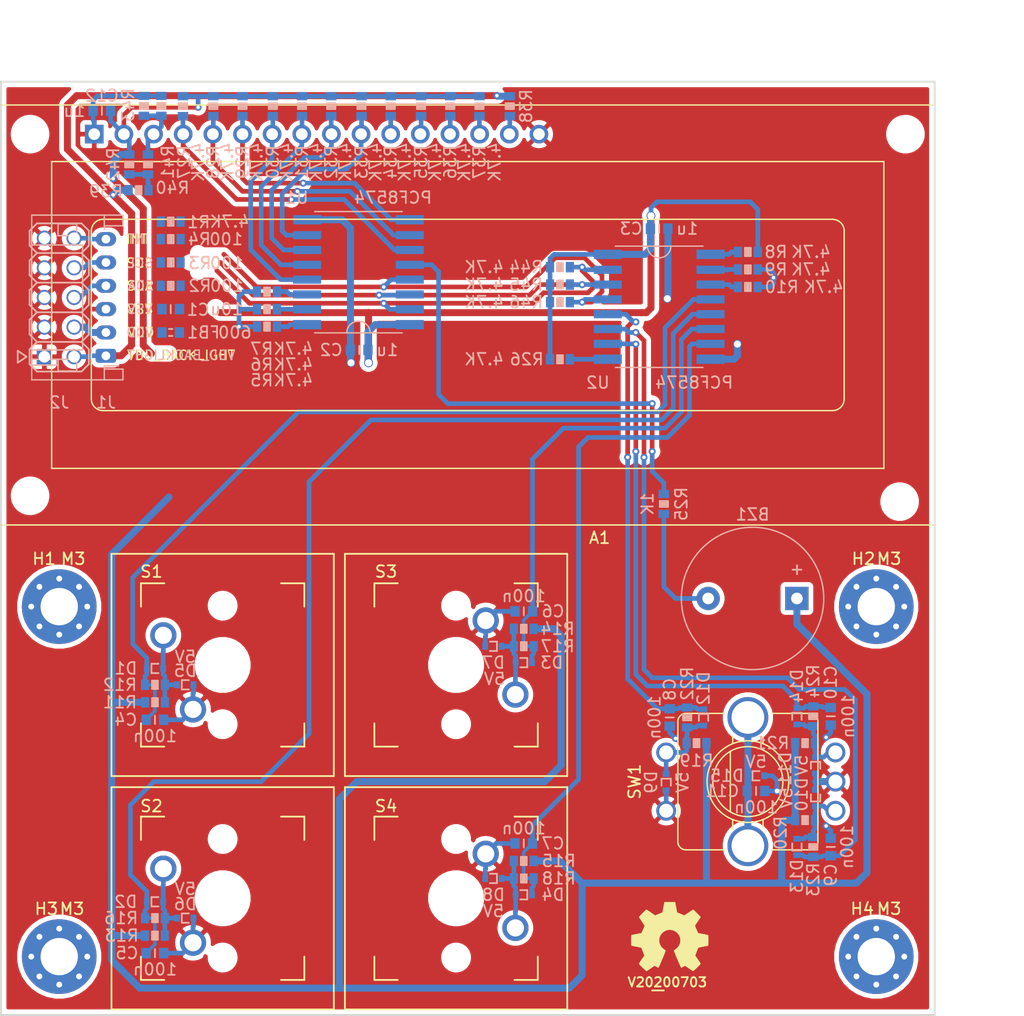
<source format=kicad_pcb>
(kicad_pcb (version 20171130) (host pcbnew 5.1.6-c6e7f7d~86~ubuntu19.10.1)
  (layers (0 F.Cu signal) (31 B.Cu signal) (34 B.Paste user) (35 F.Paste user) (36 B.SilkS user) (37 F.SilkS user) (38 B.Mask user) (39 F.Mask user) (44 Edge.Cuts user))
  (net 0 "")
  (net 1 /VSS)
  (net 2 /VDD)
  (net 3 /VDD_RAW)
  (net 4 /!INT)
  (net 5 /SCL)
  (net 6 /SDA)
  (net 7 /VDD_BACKLIGHT)
  (net 8 /!INT_RAW)
  (net 9 /SCL_RAW)
  (net 10 /SDA_RAW)
  (net 11 "Net-(R5-Pad1)")
  (net 12 "Net-(R6-Pad1)")
  (net 13 "Net-(R7-Pad1)")
  (net 14 "Net-(R8-Pad1)")
  (net 15 "Net-(R9-Pad1)")
  (net 16 "Net-(R10-Pad1)")
  (net 17 /Button_00)
  (net 18 "Net-(D1-Pad2)")
  (net 19 /Button_03)
  (net 20 /Button_02)
  (net 21 /Button_01)
  (net 22 "Net-(D2-Pad2)")
  (net 23 "Net-(D3-Pad2)")
  (net 24 "Net-(D4-Pad2)")
  (net 25 /Rotary_push_filtered)
  (net 26 /Rotary_A_filtered)
  (net 27 /Rotary_B_filtered)
  (net 28 /Rotary_shield)
  (net 29 /Rotary_push)
  (net 30 /Rotary_A)
  (net 31 /Rotary_B)
  (net 32 "Net-(A1-Pad15)")
  (net 33 /DB7)
  (net 34 /DB6)
  (net 35 /DB5)
  (net 36 /DB4)
  (net 37 /DB3)
  (net 38 /DB2)
  (net 39 /DB1)
  (net 40 /DB0)
  (net 41 /E)
  (net 42 /RW)
  (net 43 /RS)
  (net 44 /VO)
  (net 45 "Net-(R26-Pad2)")
  (net 46 "Net-(R39-Pad2)")
  (net 47 /Buzzer)
  (net 48 "Net-(BZ1-Pad2)")
  (module Buzzer_Beeper:Buzzer_12x9.5RM7.6 (layer B.Cu) (at 178.2 114.3 180)
    (fp_text reference BZ1 (at 3.8 7.2) (layer B.SilkS) (effects (justify mirror)))
    (fp_text value Buzzer)
    (fp_text user + (at -0.01 2.54) (layer B.SilkS) (effects (justify mirror)))
    (pad 2 thru_hole circle (at 7.6 0 180) (size 2 2) (drill 1) (layers *.Cu *.Mask) (net 48 "Net-(BZ1-Pad2)"))
    (pad 1 thru_hole rect (at 0 0 180) (size 2 2) (drill 1) (layers *.Cu *.Mask) (net 2 /VDD))
  )
  (module MX_Only:MXOnly-1U-NoLED (layer F.Cu) (at 149 140 270)
    (fp_text reference S4 (at -7.9 6 180) (layer F.SilkS))
    (fp_text value "Cherry Blue")
    (pad 2 thru_hole circle (at 2.54 -5.08 270) (size 2.25 2.25) (drill 1.47) (layers *.Cu *.Mask) (net 24 "Net-(D4-Pad2)"))
    (pad "" np_thru_hole circle (at 0 0 270) (size 3.9878 3.9878) (drill 3.9878) (layers *.Cu *.Mask))
    (pad 1 thru_hole circle (at -3.81 -2.54 270) (size 2.25 2.25) (drill 1.47) (layers *.Cu *.Mask) (net 1 /VSS))
    (pad "" np_thru_hole circle (at -5.08 0 318.0996) (size 1.75 1.75) (drill 1.75) (layers *.Cu *.Mask))
    (pad "" np_thru_hole circle (at 5.08 0 318.0996) (size 1.75 1.75) (drill 1.75) (layers *.Cu *.Mask))
  )
  (module MX_Only:MXOnly-1U-NoLED (layer F.Cu) (at 149 120 270)
    (fp_text reference S3 (at -8 6 180) (layer F.SilkS))
    (fp_text value "Cherry Blue")
    (pad 2 thru_hole circle (at 2.54 -5.08 270) (size 2.25 2.25) (drill 1.47) (layers *.Cu *.Mask) (net 23 "Net-(D3-Pad2)"))
    (pad "" np_thru_hole circle (at 0 0 270) (size 3.9878 3.9878) (drill 3.9878) (layers *.Cu *.Mask))
    (pad 1 thru_hole circle (at -3.81 -2.54 270) (size 2.25 2.25) (drill 1.47) (layers *.Cu *.Mask) (net 1 /VSS))
    (pad "" np_thru_hole circle (at -5.08 0 318.0996) (size 1.75 1.75) (drill 1.75) (layers *.Cu *.Mask))
    (pad "" np_thru_hole circle (at 5.08 0 318.0996) (size 1.75 1.75) (drill 1.75) (layers *.Cu *.Mask))
  )
  (module MX_Only:MXOnly-1U-NoLED (layer F.Cu) (at 129 140 90)
    (fp_text reference S2 (at 7.9 -6.1 180) (layer F.SilkS))
    (fp_text value "Cherry Blue")
    (pad 2 thru_hole circle (at 2.54 -5.08 90) (size 2.25 2.25) (drill 1.47) (layers *.Cu *.Mask) (net 22 "Net-(D2-Pad2)"))
    (pad "" np_thru_hole circle (at 0 0 90) (size 3.9878 3.9878) (drill 3.9878) (layers *.Cu *.Mask))
    (pad 1 thru_hole circle (at -3.81 -2.54 90) (size 2.25 2.25) (drill 1.47) (layers *.Cu *.Mask) (net 1 /VSS))
    (pad "" np_thru_hole circle (at -5.08 0 138.0996) (size 1.75 1.75) (drill 1.75) (layers *.Cu *.Mask))
    (pad "" np_thru_hole circle (at 5.08 0 138.0996) (size 1.75 1.75) (drill 1.75) (layers *.Cu *.Mask))
  )
  (module MX_Only:MXOnly-1U-NoLED (layer F.Cu) (at 129 120 90)
    (fp_text reference S1 (at 8 -6.1 180) (layer F.SilkS))
    (fp_text value "Cherry Blue")
    (pad 2 thru_hole circle (at 2.54 -5.08 90) (size 2.25 2.25) (drill 1.47) (layers *.Cu *.Mask) (net 18 "Net-(D1-Pad2)"))
    (pad "" np_thru_hole circle (at 0 0 90) (size 3.9878 3.9878) (drill 3.9878) (layers *.Cu *.Mask))
    (pad 1 thru_hole circle (at -3.81 -2.54 90) (size 2.25 2.25) (drill 1.47) (layers *.Cu *.Mask) (net 1 /VSS))
    (pad "" np_thru_hole circle (at -5.08 0 138.0996) (size 1.75 1.75) (drill 1.75) (layers *.Cu *.Mask))
    (pad "" np_thru_hole circle (at 5.08 0 138.0996) (size 1.75 1.75) (drill 1.75) (layers *.Cu *.Mask))
  )
  (module SquantorRcl:R_0603_hand (layer B.Cu) (at 157.9 88.9 180)
    (fp_text reference R46 (at 2.9 0) (layer B.SilkS) (effects (justify mirror)))
    (fp_text value 4.7K (at 6.5 0) (layer B.SilkS) (effects (justify mirror)))
    (pad 2 smd rect (at 0.85 0 180) (size 0.7 0.9) (layers B.Cu B.Paste B.Mask) (net 2 /VDD))
    (pad 1 smd rect (at -0.85 0 180) (size 0.7 0.9) (layers B.Cu B.Paste B.Mask) (net 4 /!INT))
  )
  (module SquantorRcl:R_0603_hand (layer B.Cu) (at 157.9 87.4 180)
    (fp_text reference R45 (at 2.9 0) (layer B.SilkS) (effects (justify mirror)))
    (fp_text value 4.7K (at 6.5 0) (layer B.SilkS) (effects (justify mirror)))
    (pad 2 smd rect (at 0.85 0 180) (size 0.7 0.9) (layers B.Cu B.Paste B.Mask) (net 2 /VDD))
    (pad 1 smd rect (at -0.85 0 180) (size 0.7 0.9) (layers B.Cu B.Paste B.Mask) (net 5 /SCL))
  )
  (module SquantorRcl:R_0603_hand (layer B.Cu) (at 157.9 85.9 180)
    (fp_text reference R44 (at 2.9 0) (layer B.SilkS) (effects (justify mirror)))
    (fp_text value 4.7K (at 6.5 0) (layer B.SilkS) (effects (justify mirror)))
    (pad 2 smd rect (at 0.85 0 180) (size 0.7 0.9) (layers B.Cu B.Paste B.Mask) (net 2 /VDD))
    (pad 1 smd rect (at -0.85 0 180) (size 0.7 0.9) (layers B.Cu B.Paste B.Mask) (net 6 /SDA))
  )
  (module Symbol:OSHW-Symbol_6.7x6mm_SilkScreen (layer F.Cu) (at 167.3 143.3)
    (fp_text reference N1 hide)
    (fp_text value OHWLOGO hide)
  )
  (module SquantorRcl:R_0603_hand (layer B.Cu) (at 168.8 124.5 270)
    (fp_text reference R22 (at -2.9 0 90) (layer B.SilkS) (effects (justify mirror)))
    (fp_text value TBD hide)
    (pad 2 smd rect (at 0.85 0 270) (size 0.7 0.9) (layers B.Cu B.Paste B.Mask) (net 29 /Rotary_push))
    (pad 1 smd rect (at -0.85 0 270) (size 0.7 0.9) (layers B.Cu B.Paste B.Mask) (net 25 /Rotary_push_filtered))
  )
  (module SquantorLabels:Label_Generic (layer F.Cu) (at 166.3 147.3)
    (fp_text reference N2 hide)
    (fp_text value V20200703 (at 0.8 -0.1) (layer F.SilkS) (effects (font (size 0.8 0.8))))
  )
  (module SquantorRcl:R_0603_hand (layer B.Cu) (at 123.2 143.2 180)
    (fp_text reference R13 (at 2.85 0) (layer B.SilkS) (effects (justify mirror)))
    (fp_text value TBD hide)
    (pad 2 smd rect (at 0.85 0 180) (size 0.7 0.9) (layers B.Cu B.Paste B.Mask) (net 2 /VDD))
    (pad 1 smd rect (at -0.85 0 180) (size 0.7 0.9) (layers B.Cu B.Paste B.Mask) (net 22 "Net-(D2-Pad2)"))
  )
  (module SquantorRcl:R_0603_hand (layer B.Cu) (at 123.2 121.7)
    (fp_text reference R12 (at -3 0) (layer B.SilkS) (effects (justify mirror)))
    (fp_text value TBD hide)
    (pad 2 smd rect (at 0.85 0) (size 0.7 0.9) (layers B.Cu B.Paste B.Mask) (net 18 "Net-(D1-Pad2)"))
    (pad 1 smd rect (at -0.85 0) (size 0.7 0.9) (layers B.Cu B.Paste B.Mask) (net 17 /Button_00))
  )
  (module SquantorRcl:R_0603_hand (layer B.Cu) (at 123.2 141.7)
    (fp_text reference R16 (at -2.9 0) (layer B.SilkS) (effects (justify mirror)))
    (fp_text value TBD hide)
    (pad 2 smd rect (at 0.85 0) (size 0.7 0.9) (layers B.Cu B.Paste B.Mask) (net 22 "Net-(D2-Pad2)"))
    (pad 1 smd rect (at -0.85 0) (size 0.7 0.9) (layers B.Cu B.Paste B.Mask) (net 21 /Button_01))
  )
  (module SquantorRcl:C_0603 (layer B.Cu) (at 123.2 144.7)
    (fp_text reference C5 (at -2.4 0) (layer B.SilkS) (effects (justify mirror)))
    (fp_text value 100n (at 0 1.4) (layer B.SilkS) (effects (justify mirror)))
    (pad 2 smd rect (at 0.75 0) (size 0.8 0.9) (layers B.Cu B.Paste B.Mask) (net 1 /VSS))
    (pad 1 smd rect (at -0.75 0) (size 0.8 0.9) (layers B.Cu B.Paste B.Mask) (net 21 /Button_01))
  )
  (module SquantorRcl:R_0603_hand (layer B.Cu) (at 123.2 123.2 180)
    (fp_text reference R11 (at 3 0) (layer B.SilkS) (effects (justify mirror)))
    (fp_text value TBD hide)
    (pad 2 smd rect (at 0.85 0 180) (size 0.7 0.9) (layers B.Cu B.Paste B.Mask) (net 2 /VDD))
    (pad 1 smd rect (at -0.85 0 180) (size 0.7 0.9) (layers B.Cu B.Paste B.Mask) (net 18 "Net-(D1-Pad2)"))
  )
  (module SquantorDiodes:SOD-523 (layer B.Cu) (at 123.2 120.3)
    (fp_text reference D1 (at -2.5 0) (layer B.SilkS) (effects (justify mirror)))
    (fp_text value RB521S-30 hide)
    (pad 2 smd rect (at 0.7 0) (size 0.5 0.6) (layers B.Cu B.Paste B.Mask) (net 18 "Net-(D1-Pad2)"))
    (pad 1 smd rect (at -0.7 0) (size 0.5 0.6) (layers B.Cu B.Paste B.Mask) (net 17 /Button_00))
  )
  (module SquantorRcl:C_0603 (layer B.Cu) (at 123.2 124.7)
    (fp_text reference C4 (at -2.5 0) (layer B.SilkS) (effects (justify mirror)))
    (fp_text value 100n (at 0 1.4) (layer B.SilkS) (effects (justify mirror)))
    (pad 2 smd rect (at 0.75 0) (size 0.8 0.9) (layers B.Cu B.Paste B.Mask) (net 1 /VSS))
    (pad 1 smd rect (at -0.75 0) (size 0.8 0.9) (layers B.Cu B.Paste B.Mask) (net 17 /Button_00))
  )
  (module SquantorDiodes:SOD-523 (layer B.Cu) (at 123.2 140.3)
    (fp_text reference D2 (at -2.5 0) (layer B.SilkS) (effects (justify mirror)))
    (fp_text value RB521S-30 hide)
    (pad 2 smd rect (at 0.7 0) (size 0.5 0.6) (layers B.Cu B.Paste B.Mask) (net 22 "Net-(D2-Pad2)"))
    (pad 1 smd rect (at -0.7 0) (size 0.5 0.6) (layers B.Cu B.Paste B.Mask) (net 21 /Button_01))
  )
  (module SquantorDiodes:SOD-523 (layer B.Cu) (at 125.8 121.7)
    (fp_text reference D5 (at 0 -1.2) (layer B.SilkS) (effects (justify mirror)))
    (fp_text value 5V (at 0 -2.4) (layer B.SilkS) (effects (justify mirror)))
    (pad 2 smd rect (at 0.7 0) (size 0.5 0.6) (layers B.Cu B.Paste B.Mask) (net 1 /VSS))
    (pad 1 smd rect (at -0.7 0) (size 0.5 0.6) (layers B.Cu B.Paste B.Mask) (net 18 "Net-(D1-Pad2)"))
  )
  (module SquantorDiodes:SOD-523 (layer B.Cu) (at 125.8 141.7)
    (fp_text reference D6 (at 0 -1.2) (layer B.SilkS) (effects (justify mirror)))
    (fp_text value 5V (at 0 -2.5) (layer B.SilkS) (effects (justify mirror)))
    (pad 2 smd rect (at 0.7 0) (size 0.5 0.6) (layers B.Cu B.Paste B.Mask) (net 1 /VSS))
    (pad 1 smd rect (at -0.7 0) (size 0.5 0.6) (layers B.Cu B.Paste B.Mask) (net 22 "Net-(D2-Pad2)"))
  )
  (module SquantorRcl:R_0603_hand (layer B.Cu) (at 122.25 72.075 90)
    (fp_text reference R43 (at 0.075 -1.35 90) (layer B.SilkS) (effects (justify mirror)))
    (fp_text value NTC? hide)
    (pad 2 smd rect (at 0.85 0 90) (size 0.7 0.9) (layers B.Cu B.Paste B.Mask) (net 1 /VSS))
    (pad 1 smd rect (at -0.85 0 90) (size 0.7 0.9) (layers B.Cu B.Paste B.Mask) (net 44 /VO))
  )
  (module SquantorRcl:R_0603_hand (layer B.Cu) (at 121 77.1 270)
    (fp_text reference R42 (at 0 1.375 90) (layer B.SilkS) (effects (justify mirror)))
    (fp_text value 0 hide)
    (pad 2 smd rect (at 0.85 0 270) (size 0.7 0.9) (layers B.Cu B.Paste B.Mask) (net 46 "Net-(R39-Pad2)"))
    (pad 1 smd rect (at -0.85 0 270) (size 0.7 0.9) (layers B.Cu B.Paste B.Mask) (net 2 /VDD))
  )
  (module SquantorRcl:R_0603_hand (layer B.Cu) (at 123.75 72.075 90)
    (fp_text reference R41 (at -4.825 0.55 90) (layer B.SilkS) (effects (justify mirror)))
    (fp_text value TBD hide)
    (pad 2 smd rect (at 0.85 0 90) (size 0.7 0.9) (layers B.Cu B.Paste B.Mask) (net 1 /VSS))
    (pad 1 smd rect (at -0.85 0 90) (size 0.7 0.9) (layers B.Cu B.Paste B.Mask) (net 44 /VO))
  )
  (module SquantorRcl:R_0603_hand (layer B.Cu) (at 122.6 77.1 90)
    (fp_text reference R40 (at -2 2.1 180) (layer B.SilkS) (effects (justify mirror)))
    (fp_text value TBD hide)
    (pad 2 smd rect (at 0.85 0 90) (size 0.7 0.9) (layers B.Cu B.Paste B.Mask) (net 44 /VO))
    (pad 1 smd rect (at -0.85 0 90) (size 0.7 0.9) (layers B.Cu B.Paste B.Mask) (net 46 "Net-(R39-Pad2)"))
  )
  (module SquantorRcl:R_0603_hand (layer B.Cu) (at 121.8 79.3)
    (fp_text reference R39 (at -2.8 0.1) (layer B.SilkS) (effects (justify mirror)))
    (fp_text value 0 hide)
    (pad 2 smd rect (at 0.85 0) (size 0.7 0.9) (layers B.Cu B.Paste B.Mask) (net 46 "Net-(R39-Pad2)"))
    (pad 1 smd rect (at -0.85 0) (size 0.7 0.9) (layers B.Cu B.Paste B.Mask) (net 7 /VDD_BACKLIGHT))
  )
  (module SquantorRcl:R_0603_hand (layer B.Cu) (at 153.6 72.1 90)
    (fp_text reference R38 (at 0 1.4 90) (layer B.SilkS) (effects (justify mirror)))
    (fp_text value TBD)
    (pad 2 smd rect (at 0.85 0 90) (size 0.7 0.9) (layers B.Cu B.Paste B.Mask) (net 7 /VDD_BACKLIGHT))
    (pad 1 smd rect (at -0.85 0 90) (size 0.7 0.9) (layers B.Cu B.Paste B.Mask) (net 32 "Net-(A1-Pad15)"))
  )
  (module SquantorRcl:R_0603_hand (layer B.Cu) (at 151 72.1 90)
    (fp_text reference R37 (at -4.8 0 90) (layer B.SilkS) (effects (justify mirror)))
    (fp_text value 4.7K (at -4.8 1.3 90) (layer B.SilkS) (effects (justify mirror)))
    (pad 2 smd rect (at 0.85 0 90) (size 0.7 0.9) (layers B.Cu B.Paste B.Mask) (net 2 /VDD))
    (pad 1 smd rect (at -0.85 0 90) (size 0.7 0.9) (layers B.Cu B.Paste B.Mask) (net 33 /DB7))
  )
  (module SquantorRcl:R_0603_hand (layer B.Cu) (at 148.5 72.1 90)
    (fp_text reference R36 (at -4.8 0 90) (layer B.SilkS) (effects (justify mirror)))
    (fp_text value 4.7K (at -4.8 1.2 90) (layer B.SilkS) (effects (justify mirror)))
    (pad 2 smd rect (at 0.85 0 90) (size 0.7 0.9) (layers B.Cu B.Paste B.Mask) (net 2 /VDD))
    (pad 1 smd rect (at -0.85 0 90) (size 0.7 0.9) (layers B.Cu B.Paste B.Mask) (net 34 /DB6))
  )
  (module SquantorRcl:R_0603_hand (layer B.Cu) (at 146 72.1 90)
    (fp_text reference R35 (at -4.8 0 90) (layer B.SilkS) (effects (justify mirror)))
    (fp_text value 4.7K (at -4.8 1.2 90) (layer B.SilkS) (effects (justify mirror)))
    (pad 2 smd rect (at 0.85 0 90) (size 0.7 0.9) (layers B.Cu B.Paste B.Mask) (net 2 /VDD))
    (pad 1 smd rect (at -0.85 0 90) (size 0.7 0.9) (layers B.Cu B.Paste B.Mask) (net 35 /DB5))
  )
  (module SquantorRcl:R_0603_hand (layer B.Cu) (at 143.4 72.1 90)
    (fp_text reference R34 (at -4.8 0 90) (layer B.SilkS) (effects (justify mirror)))
    (fp_text value 4.7K (at -4.8 1.2 90) (layer B.SilkS) (effects (justify mirror)))
    (pad 2 smd rect (at 0.85 0 90) (size 0.7 0.9) (layers B.Cu B.Paste B.Mask) (net 2 /VDD))
    (pad 1 smd rect (at -0.85 0 90) (size 0.7 0.9) (layers B.Cu B.Paste B.Mask) (net 36 /DB4))
  )
  (module SquantorRcl:R_0603_hand (layer B.Cu) (at 140.9 72.1 90)
    (fp_text reference R33 (at -4.8 0 90) (layer B.SilkS) (effects (justify mirror)))
    (fp_text value 4.7K (at -4.8 1.2 90) (layer B.SilkS) (effects (justify mirror)))
    (pad 2 smd rect (at 0.85 0 90) (size 0.7 0.9) (layers B.Cu B.Paste B.Mask) (net 2 /VDD))
    (pad 1 smd rect (at -0.85 0 90) (size 0.7 0.9) (layers B.Cu B.Paste B.Mask) (net 37 /DB3))
  )
  (module SquantorRcl:R_0603_hand (layer B.Cu) (at 138.3 72.1 90)
    (fp_text reference R32 (at -4.8 0 90) (layer B.SilkS) (effects (justify mirror)))
    (fp_text value 4.7K (at -4.8 1.2 90) (layer B.SilkS) (effects (justify mirror)))
    (pad 2 smd rect (at 0.85 0 90) (size 0.7 0.9) (layers B.Cu B.Paste B.Mask) (net 2 /VDD))
    (pad 1 smd rect (at -0.85 0 90) (size 0.7 0.9) (layers B.Cu B.Paste B.Mask) (net 38 /DB2))
  )
  (module SquantorRcl:R_0603_hand (layer B.Cu) (at 135.8 72.1 90)
    (fp_text reference R31 (at -4.8 0 90) (layer B.SilkS) (effects (justify mirror)))
    (fp_text value 4.7K (at -4.8 1.2 90) (layer B.SilkS) (effects (justify mirror)))
    (pad 2 smd rect (at 0.85 0 90) (size 0.7 0.9) (layers B.Cu B.Paste B.Mask) (net 2 /VDD))
    (pad 1 smd rect (at -0.85 0 90) (size 0.7 0.9) (layers B.Cu B.Paste B.Mask) (net 39 /DB1))
  )
  (module SquantorRcl:R_0603_hand (layer B.Cu) (at 133.3 72.1 90)
    (fp_text reference R30 (at -4.8 0 90) (layer B.SilkS) (effects (justify mirror)))
    (fp_text value 4.7K (at -4.8 1.2 90) (layer B.SilkS) (effects (justify mirror)))
    (pad 2 smd rect (at 0.85 0 90) (size 0.7 0.9) (layers B.Cu B.Paste B.Mask) (net 2 /VDD))
    (pad 1 smd rect (at -0.85 0 90) (size 0.7 0.9) (layers B.Cu B.Paste B.Mask) (net 40 /DB0))
  )
  (module SquantorRcl:R_0603_hand (layer B.Cu) (at 130.7 72.1 90)
    (fp_text reference R29 (at -4.8 0 90) (layer B.SilkS) (effects (justify mirror)))
    (fp_text value 4.7K (at -4.8 1.2 90) (layer B.SilkS) (effects (justify mirror)))
    (pad 2 smd rect (at 0.85 0 90) (size 0.7 0.9) (layers B.Cu B.Paste B.Mask) (net 2 /VDD))
    (pad 1 smd rect (at -0.85 0 90) (size 0.7 0.9) (layers B.Cu B.Paste B.Mask) (net 41 /E))
  )
  (module SquantorRcl:R_0603_hand (layer B.Cu) (at 128.2 72.1 90)
    (fp_text reference R28 (at -4.8 0 90) (layer B.SilkS) (effects (justify mirror)))
    (fp_text value 4.7K (at -4.8 1.2 90) (layer B.SilkS) (effects (justify mirror)))
    (pad 2 smd rect (at 0.85 0 90) (size 0.7 0.9) (layers B.Cu B.Paste B.Mask) (net 2 /VDD))
    (pad 1 smd rect (at -0.85 0 90) (size 0.7 0.9) (layers B.Cu B.Paste B.Mask) (net 42 /RW))
  )
  (module SquantorRcl:R_0603_hand (layer B.Cu) (at 125.6 72.1 90)
    (fp_text reference R27 (at -4.8 0.1 90) (layer B.SilkS) (effects (justify mirror)))
    (fp_text value 4.7K (at -4.8 1.3 90) (layer B.SilkS) (effects (justify mirror)))
    (pad 2 smd rect (at 0.85 0 90) (size 0.7 0.9) (layers B.Cu B.Paste B.Mask) (net 2 /VDD))
    (pad 1 smd rect (at -0.85 0 90) (size 0.7 0.9) (layers B.Cu B.Paste B.Mask) (net 43 /RS))
  )
  (module SquantorRcl:R_0603_hand (layer B.Cu) (at 157.9 93.8)
    (fp_text reference R26 (at -2.85 0) (layer B.SilkS) (effects (justify mirror)))
    (fp_text value 4.7K (at -6.5 0) (layer B.SilkS) (effects (justify mirror)))
    (pad 2 smd rect (at 0.85 0) (size 0.7 0.9) (layers B.Cu B.Paste B.Mask) (net 45 "Net-(R26-Pad2)"))
    (pad 1 smd rect (at -0.85 0) (size 0.7 0.9) (layers B.Cu B.Paste B.Mask) (net 2 /VDD))
  )
  (module SquantorRcl:R_0603_hand (layer B.Cu) (at 166.8 106.2 90)
    (fp_text reference R25 (at 0 1.5 90) (layer B.SilkS) (effects (justify mirror)))
    (fp_text value 1K (at 0 -1.4 90) (layer B.SilkS) (effects (justify mirror)))
    (pad 2 smd rect (at 0.85 0 90) (size 0.7 0.9) (layers B.Cu B.Paste B.Mask) (net 47 /Buzzer))
    (pad 1 smd rect (at -0.85 0 90) (size 0.7 0.9) (layers B.Cu B.Paste B.Mask) (net 48 "Net-(BZ1-Pad2)"))
  )
  (module SquantorRcl:C_0603 (layer B.Cu) (at 118.65 72.5 180)
    (fp_text reference C12 (at 0 1.3) (layer B.SilkS) (effects (justify mirror)))
    (fp_text value 1u (at 2.35 0) (layer B.SilkS) (effects (justify mirror)))
    (pad 2 smd rect (at 0.75 0 180) (size 0.8 0.9) (layers B.Cu B.Paste B.Mask) (net 1 /VSS))
    (pad 1 smd rect (at -0.75 0 180) (size 0.8 0.9) (layers B.Cu B.Paste B.Mask) (net 2 /VDD))
  )
  (module SquantorModules:LCM1602K (layer F.Cu) (at 150 90)
    (fp_text reference A1 (at 11.3 19.1) (layer F.SilkS))
    (fp_text value LCM1602)
    (pad 16 thru_hole circle (at 6.1 -15.5) (size 1.6 1.6) (drill 1) (layers *.Cu *.Mask) (net 1 /VSS))
    (pad 15 thru_hole circle (at 3.56 -15.5) (size 1.6 1.6) (drill 1) (layers *.Cu *.Mask) (net 32 "Net-(A1-Pad15)"))
    (pad 14 thru_hole circle (at 1.02 -15.5) (size 1.6 1.6) (drill 1) (layers *.Cu *.Mask) (net 33 /DB7))
    (pad 13 thru_hole circle (at -1.52 -15.5) (size 1.6 1.6) (drill 1) (layers *.Cu *.Mask) (net 34 /DB6))
    (pad 12 thru_hole circle (at -4.06 -15.5) (size 1.6 1.6) (drill 1) (layers *.Cu *.Mask) (net 35 /DB5))
    (pad 11 thru_hole circle (at -6.6 -15.5) (size 1.6 1.6) (drill 1) (layers *.Cu *.Mask) (net 36 /DB4))
    (pad 10 thru_hole circle (at -9.14 -15.5) (size 1.6 1.6) (drill 1) (layers *.Cu *.Mask) (net 37 /DB3))
    (pad 9 thru_hole circle (at -11.68 -15.5) (size 1.6 1.6) (drill 1) (layers *.Cu *.Mask) (net 38 /DB2))
    (pad 8 thru_hole circle (at -14.22 -15.5) (size 1.6 1.6) (drill 1) (layers *.Cu *.Mask) (net 39 /DB1))
    (pad 7 thru_hole circle (at -16.76 -15.5) (size 1.6 1.6) (drill 1) (layers *.Cu *.Mask) (net 40 /DB0))
    (pad 6 thru_hole circle (at -19.3 -15.5) (size 1.6 1.6) (drill 1) (layers *.Cu *.Mask) (net 41 /E))
    (pad 5 thru_hole circle (at -21.84 -15.5) (size 1.6 1.6) (drill 1) (layers *.Cu *.Mask) (net 42 /RW))
    (pad 4 thru_hole circle (at -24.38 -15.5) (size 1.6 1.6) (drill 1) (layers *.Cu *.Mask) (net 43 /RS))
    (pad 3 thru_hole circle (at -26.92 -15.5) (size 1.6 1.6) (drill 1) (layers *.Cu *.Mask) (net 44 /VO))
    (pad 2 thru_hole circle (at -29.46 -15.5) (size 1.6 1.6) (drill 1) (layers *.Cu *.Mask) (net 2 /VDD))
    (pad 1 thru_hole rect (at -32 -15.5) (size 1.6 1.6) (drill 1) (layers *.Cu *.Mask) (net 1 /VSS))
    (pad "" np_thru_hole circle (at 37.5 -15.5) (size 2.5 2.5) (drill 2.5) (layers *.Cu *.Mask))
    (pad "" np_thru_hole circle (at 37 16) (size 2.5 2.5) (drill 2.5) (layers *.Cu *.Mask))
    (pad "" np_thru_hole circle (at -37.5 15.5) (size 2.5 2.5) (drill 2.5) (layers *.Cu *.Mask))
    (pad "" np_thru_hole circle (at -37.5 -15.5) (size 2.5 2.5) (drill 2.5) (layers *.Cu *.Mask))
  )
  (module SquantorSwitches:ALPS_EC11E_style5 (layer F.Cu) (at 174 130 90)
    (fp_text reference SW1 (at 0 -9.71 90) (layer F.SilkS))
    (fp_text value ALPS_EC11E18244A5)
    (pad S thru_hole circle (at 5.5 0 90) (size 3.5 3.5) (drill 2.8) (layers *.Cu *.Mask) (net 28 /Rotary_shield))
    (pad S thru_hole circle (at -5.5 0 90) (size 3.5 3.5) (drill 2.8) (layers *.Cu *.Mask) (net 28 /Rotary_shield))
    (pad E thru_hole circle (at 2.5 -7 90) (size 1.7 1.7) (drill 1.2) (layers *.Cu *.Mask) (net 29 /Rotary_push))
    (pad D thru_hole circle (at -2.5 -7 90) (size 1.7 1.7) (drill 1.2) (layers *.Cu *.Mask) (net 1 /VSS))
    (pad B thru_hole circle (at 2.5 7.5 90) (size 1.7 1.7) (drill 1.2) (layers *.Cu *.Mask) (net 31 /Rotary_B))
    (pad A thru_hole circle (at -2.5 7.5 90) (size 1.7 1.7) (drill 1.2) (layers *.Cu *.Mask) (net 30 /Rotary_A))
    (pad C thru_hole circle (at 0 7.5 90) (size 1.7 1.7) (drill 1.2) (layers *.Cu *.Mask) (net 1 /VSS))
  )
  (module SquantorRcl:R_0603_hand (layer B.Cu) (at 179.6 124.4 270)
    (fp_text reference R24 (at -3 0 90) (layer B.SilkS) (effects (justify mirror)))
    (fp_text value TBD hide)
    (pad 2 smd rect (at 0.85 0 270) (size 0.7 0.9) (layers B.Cu B.Paste B.Mask) (net 31 /Rotary_B))
    (pad 1 smd rect (at -0.85 0 270) (size 0.7 0.9) (layers B.Cu B.Paste B.Mask) (net 27 /Rotary_B_filtered))
  )
  (module SquantorRcl:R_0603_hand (layer B.Cu) (at 179.6 135.6 90)
    (fp_text reference R23 (at -2.8 0 90) (layer B.SilkS) (effects (justify mirror)))
    (fp_text value TBD hide)
    (pad 2 smd rect (at 0.85 0 90) (size 0.7 0.9) (layers B.Cu B.Paste B.Mask) (net 30 /Rotary_A))
    (pad 1 smd rect (at -0.85 0 90) (size 0.7 0.9) (layers B.Cu B.Paste B.Mask) (net 26 /Rotary_A_filtered))
  )
  (module SquantorRcl:R_0603_hand (layer B.Cu) (at 178.9 126.7 180)
    (fp_text reference R21 (at 2.8 0) (layer B.SilkS) (effects (justify mirror)))
    (fp_text value TBD hide)
    (pad 2 smd rect (at 0.85 0 180) (size 0.7 0.9) (layers B.Cu B.Paste B.Mask) (net 2 /VDD))
    (pad 1 smd rect (at -0.85 0 180) (size 0.7 0.9) (layers B.Cu B.Paste B.Mask) (net 31 /Rotary_B))
  )
  (module SquantorRcl:R_0603_hand (layer B.Cu) (at 178.9 133.3 180)
    (fp_text reference R20 (at 2.1 -1.1 90) (layer B.SilkS) (effects (justify mirror)))
    (fp_text value TBD)
    (pad 2 smd rect (at 0.85 0 180) (size 0.7 0.9) (layers B.Cu B.Paste B.Mask) (net 2 /VDD))
    (pad 1 smd rect (at -0.85 0 180) (size 0.7 0.9) (layers B.Cu B.Paste B.Mask) (net 30 /Rotary_A))
  )
  (module SquantorRcl:R_0603_hand (layer B.Cu) (at 169.6 126.7)
    (fp_text reference R19 (at 0 1.5) (layer B.SilkS) (effects (justify mirror)))
    (fp_text value TBD hide)
    (pad 2 smd rect (at 0.85 0) (size 0.7 0.9) (layers B.Cu B.Paste B.Mask) (net 2 /VDD))
    (pad 1 smd rect (at -0.85 0) (size 0.7 0.9) (layers B.Cu B.Paste B.Mask) (net 29 /Rotary_push))
  )
  (module SquantorDiodes:SOD-523 (layer B.Cu) (at 174.7 129.5)
    (fp_text reference D15 (at -2.5 0) (layer B.SilkS) (effects (justify mirror)))
    (fp_text value 5V (at 0 -1.2) (layer B.SilkS) (effects (justify mirror)))
    (pad 2 smd rect (at 0.7 0) (size 0.5 0.6) (layers B.Cu B.Paste B.Mask) (net 1 /VSS))
    (pad 1 smd rect (at -0.7 0) (size 0.5 0.6) (layers B.Cu B.Paste B.Mask) (net 28 /Rotary_shield))
  )
  (module SquantorDiodes:SOD-523 (layer B.Cu) (at 178.2 124.4 270)
    (fp_text reference D14 (at -2.6 0 90) (layer B.SilkS) (effects (justify mirror)))
    (fp_text value RB521S-30 hide)
    (pad 2 smd rect (at 0.7 0 270) (size 0.5 0.6) (layers B.Cu B.Paste B.Mask) (net 31 /Rotary_B))
    (pad 1 smd rect (at -0.7 0 270) (size 0.5 0.6) (layers B.Cu B.Paste B.Mask) (net 27 /Rotary_B_filtered))
  )
  (module SquantorDiodes:SOD-523 (layer B.Cu) (at 178.2 135.6 90)
    (fp_text reference D13 (at -2.5 0 90) (layer B.SilkS) (effects (justify mirror)))
    (fp_text value RB521S-30 hide)
    (pad 2 smd rect (at 0.7 0 90) (size 0.5 0.6) (layers B.Cu B.Paste B.Mask) (net 30 /Rotary_A))
    (pad 1 smd rect (at -0.7 0 90) (size 0.5 0.6) (layers B.Cu B.Paste B.Mask) (net 26 /Rotary_A_filtered))
  )
  (module SquantorDiodes:SOD-523 (layer B.Cu) (at 170.2 124.5 270)
    (fp_text reference D12 (at -2.5 0 90) (layer B.SilkS) (effects (justify mirror)))
    (fp_text value RB521S-30 hide)
    (pad 2 smd rect (at 0.7 0 270) (size 0.5 0.6) (layers B.Cu B.Paste B.Mask) (net 29 /Rotary_push))
    (pad 1 smd rect (at -0.7 0 270) (size 0.5 0.6) (layers B.Cu B.Paste B.Mask) (net 25 /Rotary_push_filtered))
  )
  (module SquantorDiodes:SOD-523 (layer B.Cu) (at 179.8 128.6 270)
    (fp_text reference D11 (at 0.3 2.6 90) (layer B.SilkS) (effects (justify mirror)))
    (fp_text value 5V (at 0 1.2 90) (layer B.SilkS) (effects (justify mirror)))
    (pad 2 smd rect (at 0.7 0 270) (size 0.5 0.6) (layers B.Cu B.Paste B.Mask) (net 1 /VSS))
    (pad 1 smd rect (at -0.7 0 270) (size 0.5 0.6) (layers B.Cu B.Paste B.Mask) (net 31 /Rotary_B))
  )
  (module SquantorDiodes:SOD-523 (layer B.Cu) (at 179.8 131.4 90)
    (fp_text reference D10 (at 0.3 -1.2 270) (layer B.SilkS) (effects (justify mirror)))
    (fp_text value 5V (at 0 -2.5 270) (layer B.SilkS) (effects (justify mirror)))
    (pad 2 smd rect (at 0.7 0 90) (size 0.5 0.6) (layers B.Cu B.Paste B.Mask) (net 1 /VSS))
    (pad 1 smd rect (at -0.7 0 90) (size 0.5 0.6) (layers B.Cu B.Paste B.Mask) (net 30 /Rotary_A))
  )
  (module SquantorDiodes:SOD-523 (layer B.Cu) (at 167 130.05 270)
    (fp_text reference D9 (at 0 1.3 90) (layer B.SilkS) (effects (justify mirror)))
    (fp_text value 5V (at 0 -1.4 90) (layer B.SilkS) (effects (justify mirror)))
    (pad 2 smd rect (at 0.7 0 270) (size 0.5 0.6) (layers B.Cu B.Paste B.Mask) (net 1 /VSS))
    (pad 1 smd rect (at -0.7 0 270) (size 0.5 0.6) (layers B.Cu B.Paste B.Mask) (net 29 /Rotary_push))
  )
  (module SquantorRcl:C_0603 (layer B.Cu) (at 174.7 130.8 180)
    (fp_text reference C11 (at 2.9 0) (layer B.SilkS) (effects (justify mirror)))
    (fp_text value 100n (at 0 -1.4) (layer B.SilkS) (effects (justify mirror)))
    (pad 2 smd rect (at 0.75 0 180) (size 0.8 0.9) (layers B.Cu B.Paste B.Mask) (net 28 /Rotary_shield))
    (pad 1 smd rect (at -0.75 0 180) (size 0.8 0.9) (layers B.Cu B.Paste B.Mask) (net 1 /VSS))
  )
  (module SquantorRcl:C_0603 (layer B.Cu) (at 181.1 124.4 270)
    (fp_text reference C10 (at -2.9 0 90) (layer B.SilkS) (effects (justify mirror)))
    (fp_text value 100n (at 0 -1.5 90) (layer B.SilkS) (effects (justify mirror)))
    (pad 2 smd rect (at 0.75 0 270) (size 0.8 0.9) (layers B.Cu B.Paste B.Mask) (net 1 /VSS))
    (pad 1 smd rect (at -0.75 0 270) (size 0.8 0.9) (layers B.Cu B.Paste B.Mask) (net 27 /Rotary_B_filtered))
  )
  (module SquantorRcl:C_0603 (layer B.Cu) (at 181.1 135.6 90)
    (fp_text reference C9 (at -2.4 0 90) (layer B.SilkS) (effects (justify mirror)))
    (fp_text value 100n (at 0 1.4 90) (layer B.SilkS) (effects (justify mirror)))
    (pad 2 smd rect (at 0.75 0 90) (size 0.8 0.9) (layers B.Cu B.Paste B.Mask) (net 1 /VSS))
    (pad 1 smd rect (at -0.75 0 90) (size 0.8 0.9) (layers B.Cu B.Paste B.Mask) (net 26 /Rotary_A_filtered))
  )
  (module SquantorRcl:C_0603 (layer B.Cu) (at 167.3 124.5 270)
    (fp_text reference C8 (at -2.4 0 90) (layer B.SilkS) (effects (justify mirror)))
    (fp_text value 100n (at 0 1.3 90) (layer B.SilkS) (effects (justify mirror)))
    (pad 2 smd rect (at 0.75 0 270) (size 0.8 0.9) (layers B.Cu B.Paste B.Mask) (net 1 /VSS))
    (pad 1 smd rect (at -0.75 0 270) (size 0.8 0.9) (layers B.Cu B.Paste B.Mask) (net 25 /Rotary_push_filtered))
  )
  (module SquantorDiodes:SOD-523 (layer B.Cu) (at 152.2 138.3 180)
    (fp_text reference D8 (at 0 -1.4) (layer B.SilkS) (effects (justify mirror)))
    (fp_text value 5V (at 0 -2.8) (layer B.SilkS) (effects (justify mirror)))
    (pad 2 smd rect (at 0.7 0 180) (size 0.5 0.6) (layers B.Cu B.Paste B.Mask) (net 1 /VSS))
    (pad 1 smd rect (at -0.7 0 180) (size 0.5 0.6) (layers B.Cu B.Paste B.Mask) (net 24 "Net-(D4-Pad2)"))
  )
  (module SquantorDiodes:SOD-523 (layer B.Cu) (at 152.2 118.4 180)
    (fp_text reference D7 (at 0 -1.4) (layer B.SilkS) (effects (justify mirror)))
    (fp_text value 5V (at -0.1 -2.8) (layer B.SilkS) (effects (justify mirror)))
    (pad 2 smd rect (at 0.7 0 180) (size 0.5 0.6) (layers B.Cu B.Paste B.Mask) (net 1 /VSS))
    (pad 1 smd rect (at -0.7 0 180) (size 0.5 0.6) (layers B.Cu B.Paste B.Mask) (net 23 "Net-(D3-Pad2)"))
  )
  (module SquantorRcl:R_0603_hand (layer B.Cu) (at 154.8 138.3 180)
    (fp_text reference R18 (at -3 0) (layer B.SilkS) (effects (justify mirror)))
    (fp_text value TBD hide)
    (pad 2 smd rect (at 0.85 0 180) (size 0.7 0.9) (layers B.Cu B.Paste B.Mask) (net 24 "Net-(D4-Pad2)"))
    (pad 1 smd rect (at -0.85 0 180) (size 0.7 0.9) (layers B.Cu B.Paste B.Mask) (net 19 /Button_03))
  )
  (module SquantorRcl:R_0603_hand (layer B.Cu) (at 154.8 118.4 180)
    (fp_text reference R17 (at -2.9 0) (layer B.SilkS) (effects (justify mirror)))
    (fp_text value TBD hide)
    (pad 2 smd rect (at 0.85 0 180) (size 0.7 0.9) (layers B.Cu B.Paste B.Mask) (net 23 "Net-(D3-Pad2)"))
    (pad 1 smd rect (at -0.85 0 180) (size 0.7 0.9) (layers B.Cu B.Paste B.Mask) (net 20 /Button_02))
  )
  (module SquantorRcl:R_0603_hand (layer B.Cu) (at 154.8 136.8)
    (fp_text reference R15 (at 3 0) (layer B.SilkS) (effects (justify mirror)))
    (fp_text value TBD hide)
    (pad 2 smd rect (at 0.85 0) (size 0.7 0.9) (layers B.Cu B.Paste B.Mask) (net 2 /VDD))
    (pad 1 smd rect (at -0.85 0) (size 0.7 0.9) (layers B.Cu B.Paste B.Mask) (net 24 "Net-(D4-Pad2)"))
  )
  (module SquantorRcl:R_0603_hand (layer B.Cu) (at 154.8 116.9)
    (fp_text reference R14 (at 2.9 0) (layer B.SilkS) (effects (justify mirror)))
    (fp_text value TBD hide)
    (pad 2 smd rect (at 0.85 0) (size 0.7 0.9) (layers B.Cu B.Paste B.Mask) (net 2 /VDD))
    (pad 1 smd rect (at -0.85 0) (size 0.7 0.9) (layers B.Cu B.Paste B.Mask) (net 23 "Net-(D3-Pad2)"))
  )
  (module SquantorDiodes:SOD-523 (layer B.Cu) (at 154.8 139.7 180)
    (fp_text reference D4 (at -2.5 0) (layer B.SilkS) (effects (justify mirror)))
    (fp_text value RB521S-30 hide)
    (pad 2 smd rect (at 0.7 0 180) (size 0.5 0.6) (layers B.Cu B.Paste B.Mask) (net 24 "Net-(D4-Pad2)"))
    (pad 1 smd rect (at -0.7 0 180) (size 0.5 0.6) (layers B.Cu B.Paste B.Mask) (net 19 /Button_03))
  )
  (module SquantorDiodes:SOD-523 (layer B.Cu) (at 154.8 119.8 180)
    (fp_text reference D3 (at -2.4 0) (layer B.SilkS) (effects (justify mirror)))
    (fp_text value RB521S-30 hide)
    (pad 2 smd rect (at 0.7 0 180) (size 0.5 0.6) (layers B.Cu B.Paste B.Mask) (net 23 "Net-(D3-Pad2)"))
    (pad 1 smd rect (at -0.7 0 180) (size 0.5 0.6) (layers B.Cu B.Paste B.Mask) (net 20 /Button_02))
  )
  (module SquantorRcl:C_0603 (layer B.Cu) (at 154.8 135.3 180)
    (fp_text reference C7 (at -2.5 0) (layer B.SilkS) (effects (justify mirror)))
    (fp_text value 100n (at 0 1.3) (layer B.SilkS) (effects (justify mirror)))
    (pad 2 smd rect (at 0.75 0 180) (size 0.8 0.9) (layers B.Cu B.Paste B.Mask) (net 1 /VSS))
    (pad 1 smd rect (at -0.75 0 180) (size 0.8 0.9) (layers B.Cu B.Paste B.Mask) (net 19 /Button_03))
  )
  (module SquantorRcl:C_0603 (layer B.Cu) (at 154.8 115.4 180)
    (fp_text reference C6 (at -2.5 0) (layer B.SilkS) (effects (justify mirror)))
    (fp_text value 100n (at 0 1.3) (layer B.SilkS) (effects (justify mirror)))
    (pad 2 smd rect (at 0.75 0 180) (size 0.8 0.9) (layers B.Cu B.Paste B.Mask) (net 1 /VSS))
    (pad 1 smd rect (at -0.75 0 180) (size 0.8 0.9) (layers B.Cu B.Paste B.Mask) (net 20 /Button_02))
  )
  (module MountingHole:MountingHole_3.2mm_M3_Pad_Via (layer F.Cu) (at 185 145)
    (fp_text reference H4 (at -1.2 -4.1) (layer F.SilkS))
    (fp_text value M3 (at 1.1 -4.1) (layer F.SilkS))
    (pad 1 thru_hole circle (at 1.697056 -1.697056) (size 0.8 0.8) (drill 0.5) (layers *.Cu *.Mask))
    (pad 1 thru_hole circle (at 0 -2.4) (size 0.8 0.8) (drill 0.5) (layers *.Cu *.Mask))
    (pad 1 thru_hole circle (at -1.697056 -1.697056) (size 0.8 0.8) (drill 0.5) (layers *.Cu *.Mask))
    (pad 1 thru_hole circle (at -2.4 0) (size 0.8 0.8) (drill 0.5) (layers *.Cu *.Mask))
    (pad 1 thru_hole circle (at -1.697056 1.697056) (size 0.8 0.8) (drill 0.5) (layers *.Cu *.Mask))
    (pad 1 thru_hole circle (at 0 2.4) (size 0.8 0.8) (drill 0.5) (layers *.Cu *.Mask))
    (pad 1 thru_hole circle (at 1.697056 1.697056) (size 0.8 0.8) (drill 0.5) (layers *.Cu *.Mask))
    (pad 1 thru_hole circle (at 2.4 0) (size 0.8 0.8) (drill 0.5) (layers *.Cu *.Mask))
    (pad 1 thru_hole circle (at 0 0) (size 6.4 6.4) (drill 3.2) (layers *.Cu *.Mask))
  )
  (module MountingHole:MountingHole_3.2mm_M3_Pad_Via (layer F.Cu) (at 115 145)
    (fp_text reference H3 (at -1.1 -4.1) (layer F.SilkS))
    (fp_text value M3 (at 1.1 -4.1) (layer F.SilkS))
    (pad 1 thru_hole circle (at 1.697056 -1.697056) (size 0.8 0.8) (drill 0.5) (layers *.Cu *.Mask))
    (pad 1 thru_hole circle (at 0 -2.4) (size 0.8 0.8) (drill 0.5) (layers *.Cu *.Mask))
    (pad 1 thru_hole circle (at -1.697056 -1.697056) (size 0.8 0.8) (drill 0.5) (layers *.Cu *.Mask))
    (pad 1 thru_hole circle (at -2.4 0) (size 0.8 0.8) (drill 0.5) (layers *.Cu *.Mask))
    (pad 1 thru_hole circle (at -1.697056 1.697056) (size 0.8 0.8) (drill 0.5) (layers *.Cu *.Mask))
    (pad 1 thru_hole circle (at 0 2.4) (size 0.8 0.8) (drill 0.5) (layers *.Cu *.Mask))
    (pad 1 thru_hole circle (at 1.697056 1.697056) (size 0.8 0.8) (drill 0.5) (layers *.Cu *.Mask))
    (pad 1 thru_hole circle (at 2.4 0) (size 0.8 0.8) (drill 0.5) (layers *.Cu *.Mask))
    (pad 1 thru_hole circle (at 0 0) (size 6.4 6.4) (drill 3.2) (layers *.Cu *.Mask))
  )
  (module MountingHole:MountingHole_3.2mm_M3_Pad_Via (layer F.Cu) (at 185 115)
    (fp_text reference H2 (at -1.1 -4.1) (layer F.SilkS))
    (fp_text value M3 (at 1.1 -4.1) (layer F.SilkS))
    (pad 1 thru_hole circle (at 1.697056 -1.697056) (size 0.8 0.8) (drill 0.5) (layers *.Cu *.Mask))
    (pad 1 thru_hole circle (at 0 -2.4) (size 0.8 0.8) (drill 0.5) (layers *.Cu *.Mask))
    (pad 1 thru_hole circle (at -1.697056 -1.697056) (size 0.8 0.8) (drill 0.5) (layers *.Cu *.Mask))
    (pad 1 thru_hole circle (at -2.4 0) (size 0.8 0.8) (drill 0.5) (layers *.Cu *.Mask))
    (pad 1 thru_hole circle (at -1.697056 1.697056) (size 0.8 0.8) (drill 0.5) (layers *.Cu *.Mask))
    (pad 1 thru_hole circle (at 0 2.4) (size 0.8 0.8) (drill 0.5) (layers *.Cu *.Mask))
    (pad 1 thru_hole circle (at 1.697056 1.697056) (size 0.8 0.8) (drill 0.5) (layers *.Cu *.Mask))
    (pad 1 thru_hole circle (at 2.4 0) (size 0.8 0.8) (drill 0.5) (layers *.Cu *.Mask))
    (pad 1 thru_hole circle (at 0 0) (size 6.4 6.4) (drill 3.2) (layers *.Cu *.Mask))
  )
  (module MountingHole:MountingHole_3.2mm_M3_Pad_Via (layer F.Cu) (at 115 115)
    (fp_text reference H1 (at -1.3 -4.1) (layer F.SilkS))
    (fp_text value M3 (at 1.2 -4.1) (layer F.SilkS))
    (pad 1 thru_hole circle (at 1.697056 -1.697056) (size 0.8 0.8) (drill 0.5) (layers *.Cu *.Mask))
    (pad 1 thru_hole circle (at 0 -2.4) (size 0.8 0.8) (drill 0.5) (layers *.Cu *.Mask))
    (pad 1 thru_hole circle (at -1.697056 -1.697056) (size 0.8 0.8) (drill 0.5) (layers *.Cu *.Mask))
    (pad 1 thru_hole circle (at -2.4 0) (size 0.8 0.8) (drill 0.5) (layers *.Cu *.Mask))
    (pad 1 thru_hole circle (at -1.697056 1.697056) (size 0.8 0.8) (drill 0.5) (layers *.Cu *.Mask))
    (pad 1 thru_hole circle (at 0 2.4) (size 0.8 0.8) (drill 0.5) (layers *.Cu *.Mask))
    (pad 1 thru_hole circle (at 1.697056 1.697056) (size 0.8 0.8) (drill 0.5) (layers *.Cu *.Mask))
    (pad 1 thru_hole circle (at 2.4 0) (size 0.8 0.8) (drill 0.5) (layers *.Cu *.Mask))
    (pad 1 thru_hole circle (at 0 0) (size 6.4 6.4) (drill 3.2) (layers *.Cu *.Mask))
  )
  (module SquantorIC:SOT162-1-NXP (layer B.Cu) (at 166.4 89.3 180)
    (fp_text reference U2 (at 5.25 -6.5) (layer B.SilkS) (effects (justify mirror)))
    (fp_text value PCF8574 (at -3 -6.5) (layer B.SilkS) (effects (justify mirror)))
    (pad 16 smd rect (at 4.4 4.495 180) (size 2.4 0.8) (layers B.Cu B.Paste B.Mask) (net 2 /VDD))
    (pad 15 smd rect (at 4.4 3.175 180) (size 2.4 0.7) (layers B.Cu B.Paste B.Mask) (net 6 /SDA))
    (pad 14 smd rect (at 4.4 1.905 180) (size 2.4 0.7) (layers B.Cu B.Paste B.Mask) (net 5 /SCL))
    (pad 13 smd rect (at 4.4 0.635 180) (size 2.4 0.7) (layers B.Cu B.Paste B.Mask) (net 4 /!INT))
    (pad 12 smd rect (at 4.4 -0.635 180) (size 2.4 0.7) (layers B.Cu B.Paste B.Mask) (net 25 /Rotary_push_filtered))
    (pad 11 smd rect (at 4.4 -1.905 180) (size 2.4 0.7) (layers B.Cu B.Paste B.Mask) (net 26 /Rotary_A_filtered))
    (pad 10 smd rect (at 4.4 -3.175 180) (size 2.4 0.7) (layers B.Cu B.Paste B.Mask) (net 27 /Rotary_B_filtered))
    (pad 9 smd rect (at 4.4 -4.495 180) (size 2.4 0.8) (layers B.Cu B.Paste B.Mask) (net 45 "Net-(R26-Pad2)"))
    (pad 8 smd rect (at -4.4 -4.495 180) (size 2.4 0.8) (layers B.Cu B.Paste B.Mask) (net 1 /VSS))
    (pad 7 smd rect (at -4.4 -3.175 180) (size 2.4 0.7) (layers B.Cu B.Paste B.Mask) (net 19 /Button_03))
    (pad 6 smd rect (at -4.4 -1.905 180) (size 2.4 0.7) (layers B.Cu B.Paste B.Mask) (net 20 /Button_02))
    (pad 5 smd rect (at -4.4 -0.635 180) (size 2.4 0.7) (layers B.Cu B.Paste B.Mask) (net 21 /Button_01))
    (pad 4 smd rect (at -4.4 0.635 180) (size 2.4 0.7) (layers B.Cu B.Paste B.Mask) (net 17 /Button_00))
    (pad 3 smd rect (at -4.4 1.905 180) (size 2.4 0.7) (layers B.Cu B.Paste B.Mask) (net 16 "Net-(R10-Pad1)"))
    (pad 2 smd rect (at -4.4 3.175 180) (size 2.4 0.7) (layers B.Cu B.Paste B.Mask) (net 15 "Net-(R9-Pad1)"))
    (pad 1 smd rect (at -4.4 4.495 180) (size 2.4 0.8) (layers B.Cu B.Paste B.Mask) (net 14 "Net-(R8-Pad1)"))
  )
  (module SquantorIC:SOT162-1-NXP (layer B.Cu) (at 140.635 86.335)
    (fp_text reference U1 (at -5.285 -6.385) (layer B.SilkS) (effects (justify mirror)))
    (fp_text value PCF8574 (at 2.965 -6.385) (layer B.SilkS) (effects (justify mirror)))
    (pad 16 smd rect (at 4.4 4.495) (size 2.4 0.8) (layers B.Cu B.Paste B.Mask) (net 2 /VDD))
    (pad 15 smd rect (at 4.4 3.175) (size 2.4 0.7) (layers B.Cu B.Paste B.Mask) (net 6 /SDA))
    (pad 14 smd rect (at 4.4 1.905) (size 2.4 0.7) (layers B.Cu B.Paste B.Mask) (net 5 /SCL))
    (pad 13 smd rect (at 4.4 0.635) (size 2.4 0.7) (layers B.Cu B.Paste B.Mask) (net 4 /!INT))
    (pad 12 smd rect (at 4.4 -0.635) (size 2.4 0.7) (layers B.Cu B.Paste B.Mask) (net 47 /Buzzer))
    (pad 11 smd rect (at 4.4 -1.905) (size 2.4 0.7) (layers B.Cu B.Paste B.Mask) (net 43 /RS))
    (pad 10 smd rect (at 4.4 -3.175) (size 2.4 0.7) (layers B.Cu B.Paste B.Mask) (net 42 /RW))
    (pad 9 smd rect (at 4.4 -4.495) (size 2.4 0.8) (layers B.Cu B.Paste B.Mask) (net 41 /E))
    (pad 8 smd rect (at -4.4 -4.495) (size 2.4 0.8) (layers B.Cu B.Paste B.Mask) (net 1 /VSS))
    (pad 7 smd rect (at -4.4 -3.175) (size 2.4 0.7) (layers B.Cu B.Paste B.Mask) (net 37 /DB3))
    (pad 6 smd rect (at -4.4 -1.905) (size 2.4 0.7) (layers B.Cu B.Paste B.Mask) (net 38 /DB2))
    (pad 5 smd rect (at -4.4 -0.635) (size 2.4 0.7) (layers B.Cu B.Paste B.Mask) (net 39 /DB1))
    (pad 4 smd rect (at -4.4 0.635) (size 2.4 0.7) (layers B.Cu B.Paste B.Mask) (net 40 /DB0))
    (pad 3 smd rect (at -4.4 1.905) (size 2.4 0.7) (layers B.Cu B.Paste B.Mask) (net 13 "Net-(R7-Pad1)"))
    (pad 2 smd rect (at -4.4 3.175) (size 2.4 0.7) (layers B.Cu B.Paste B.Mask) (net 12 "Net-(R6-Pad1)"))
    (pad 1 smd rect (at -4.4 4.495) (size 2.4 0.8) (layers B.Cu B.Paste B.Mask) (net 11 "Net-(R5-Pad1)"))
  )
  (module SquantorRcl:R_0603_hand (layer B.Cu) (at 174 87.6)
    (fp_text reference R10 (at 2.9 0) (layer B.SilkS) (effects (justify mirror)))
    (fp_text value 4.7K (at 6.5 0) (layer B.SilkS) (effects (justify mirror)))
    (pad 2 smd rect (at 0.85 0) (size 0.7 0.9) (layers B.Cu B.Paste B.Mask) (net 1 /VSS))
    (pad 1 smd rect (at -0.85 0) (size 0.7 0.9) (layers B.Cu B.Paste B.Mask) (net 16 "Net-(R10-Pad1)"))
  )
  (module SquantorRcl:R_0603_hand (layer B.Cu) (at 174 86.1)
    (fp_text reference R9 (at 2.4 0) (layer B.SilkS) (effects (justify mirror)))
    (fp_text value 4.7K (at 5.4 0) (layer B.SilkS) (effects (justify mirror)))
    (pad 2 smd rect (at 0.85 0) (size 0.7 0.9) (layers B.Cu B.Paste B.Mask) (net 1 /VSS))
    (pad 1 smd rect (at -0.85 0) (size 0.7 0.9) (layers B.Cu B.Paste B.Mask) (net 15 "Net-(R9-Pad1)"))
  )
  (module SquantorRcl:R_0603_hand (layer B.Cu) (at 174 84.6)
    (fp_text reference R8 (at 2.4 0) (layer B.SilkS) (effects (justify mirror)))
    (fp_text value 4.7K (at 5.4 0) (layer B.SilkS) (effects (justify mirror)))
    (pad 2 smd rect (at 0.85 0) (size 0.7 0.9) (layers B.Cu B.Paste B.Mask) (net 2 /VDD))
    (pad 1 smd rect (at -0.85 0) (size 0.7 0.9) (layers B.Cu B.Paste B.Mask) (net 14 "Net-(R8-Pad1)"))
  )
  (module SquantorRcl:R_0603_hand (layer B.Cu) (at 132.8 88 180)
    (fp_text reference R7 (at 0.45 -4.9) (layer B.SilkS) (effects (justify mirror)))
    (fp_text value 4.7K (at -2.25 -4.9) (layer B.SilkS) (effects (justify mirror)))
    (pad 2 smd rect (at 0.85 0 180) (size 0.7 0.9) (layers B.Cu B.Paste B.Mask) (net 1 /VSS))
    (pad 1 smd rect (at -0.85 0 180) (size 0.7 0.9) (layers B.Cu B.Paste B.Mask) (net 13 "Net-(R7-Pad1)"))
  )
  (module SquantorRcl:R_0603_hand (layer B.Cu) (at 132.8 89.5 180)
    (fp_text reference R6 (at 0.45 -4.75) (layer B.SilkS) (effects (justify mirror)))
    (fp_text value 4.7K (at -2.25 -4.75) (layer B.SilkS) (effects (justify mirror)))
    (pad 2 smd rect (at 0.85 0 180) (size 0.7 0.9) (layers B.Cu B.Paste B.Mask) (net 1 /VSS))
    (pad 1 smd rect (at -0.85 0 180) (size 0.7 0.9) (layers B.Cu B.Paste B.Mask) (net 12 "Net-(R6-Pad1)"))
  )
  (module SquantorRcl:R_0603_hand (layer B.Cu) (at 132.8 91 180)
    (fp_text reference R5 (at 0.45 -4.6) (layer B.SilkS) (effects (justify mirror)))
    (fp_text value 4.7K (at -2.25 -4.6) (layer B.SilkS) (effects (justify mirror)))
    (pad 2 smd rect (at 0.85 0 180) (size 0.7 0.9) (layers B.Cu B.Paste B.Mask) (net 1 /VSS))
    (pad 1 smd rect (at -0.85 0 180) (size 0.7 0.9) (layers B.Cu B.Paste B.Mask) (net 11 "Net-(R5-Pad1)"))
  )
  (module SquantorRcl:R_0603_hand (layer B.Cu) (at 124.55 83.5 180)
    (fp_text reference R4 (at -2.45 0) (layer B.SilkS) (effects (justify mirror)))
    (fp_text value 100 (at -4.75 0) (layer B.SilkS) (effects (justify mirror)))
    (pad 2 smd rect (at 0.85 0 180) (size 0.7 0.9) (layers B.Cu B.Paste B.Mask) (net 8 /!INT_RAW))
    (pad 1 smd rect (at -0.85 0 180) (size 0.7 0.9) (layers B.Cu B.Paste B.Mask) (net 4 /!INT))
  )
  (module SquantorRcl:R_0603_hand (layer B.Cu) (at 124.55 85.5 180)
    (fp_text reference R3 (at -2.5 -0.05) (layer B.SilkS) (effects (justify mirror)))
    (fp_text value 100 (at -4.8 -0.05) (layer B.SilkS) (effects (justify mirror)))
    (pad 2 smd rect (at 0.85 0 180) (size 0.7 0.9) (layers B.Cu B.Paste B.Mask) (net 9 /SCL_RAW))
    (pad 1 smd rect (at -0.85 0 180) (size 0.7 0.9) (layers B.Cu B.Paste B.Mask) (net 5 /SCL))
  )
  (module SquantorRcl:R_0603_hand (layer B.Cu) (at 124.55 87.5 180)
    (fp_text reference R2 (at -2.5 0) (layer B.SilkS) (effects (justify mirror)))
    (fp_text value 100 (at -4.8 0) (layer B.SilkS) (effects (justify mirror)))
    (pad 2 smd rect (at 0.85 0 180) (size 0.7 0.9) (layers B.Cu B.Paste B.Mask) (net 10 /SDA_RAW))
    (pad 1 smd rect (at -0.85 0 180) (size 0.7 0.9) (layers B.Cu B.Paste B.Mask) (net 6 /SDA))
  )
  (module SquantorRcl:R_0603_hand (layer B.Cu) (at 124.55 82 180)
    (fp_text reference R1 (at -2.4 -0.05) (layer B.SilkS) (effects (justify mirror)))
    (fp_text value 4.7K (at -5.05 0) (layer B.SilkS) (effects (justify mirror)))
    (pad 2 smd rect (at 0.85 0 180) (size 0.7 0.9) (layers B.Cu B.Paste B.Mask) (net 2 /VDD))
    (pad 1 smd rect (at -0.85 0 180) (size 0.7 0.9) (layers B.Cu B.Paste B.Mask) (net 4 /!INT))
  )
  (module SquantorRcl:C_0603 (layer B.Cu) (at 166.4 82.6)
    (fp_text reference C3 (at -2.4 0) (layer B.SilkS) (effects (justify mirror)))
    (fp_text value 1u (at 2.4 0) (layer B.SilkS) (effects (justify mirror)))
    (pad 2 smd rect (at 0.75 0) (size 0.8 0.9) (layers B.Cu B.Paste B.Mask) (net 1 /VSS))
    (pad 1 smd rect (at -0.75 0) (size 0.8 0.9) (layers B.Cu B.Paste B.Mask) (net 2 /VDD))
  )
  (module SquantorRcl:C_0603 (layer B.Cu) (at 140.7 93 180)
    (fp_text reference C2 (at 2.4 0) (layer B.SilkS) (effects (justify mirror)))
    (fp_text value 1u (at -2.4 0) (layer B.SilkS) (effects (justify mirror)))
    (pad 2 smd rect (at 0.75 0 180) (size 0.8 0.9) (layers B.Cu B.Paste B.Mask) (net 1 /VSS))
    (pad 1 smd rect (at -0.75 0 180) (size 0.8 0.9) (layers B.Cu B.Paste B.Mask) (net 2 /VDD))
  )
  (module SquantorRcl:C_0603 (layer B.Cu) (at 124.55 89.5 180)
    (fp_text reference C1 (at -2.35 -0.05) (layer B.SilkS) (effects (justify mirror)))
    (fp_text value 10u (at -4.8 0) (layer B.SilkS) (effects (justify mirror)))
    (pad 2 smd rect (at 0.75 0 180) (size 0.8 0.9) (layers B.Cu B.Paste B.Mask) (net 1 /VSS))
    (pad 1 smd rect (at -0.75 0 180) (size 0.8 0.9) (layers B.Cu B.Paste B.Mask) (net 2 /VDD))
  )
  (module SquantorConnectors:Header-0254-2X05-H010 (layer B.Cu) (at 115 88.5 90)
    (fp_text reference J2 (at -9 0) (layer B.SilkS) (effects (justify mirror)))
    (fp_text value Conn_02x05_Odd_Even)
    (pad 10 thru_hole circle (at 5.08 1.27 90) (size 1.3 1.3) (drill 1) (layers *.Cu *.Mask) (net 8 /!INT_RAW))
    (pad 9 thru_hole circle (at 5.08 -1.27 90) (size 1.3 1.3) (drill 1) (layers *.Cu *.Mask) (net 1 /VSS))
    (pad 8 thru_hole circle (at 2.54 1.27 90) (size 1.3 1.3) (drill 1) (layers *.Cu *.Mask) (net 9 /SCL_RAW))
    (pad 7 thru_hole circle (at 2.54 -1.27 90) (size 1.3 1.3) (drill 1) (layers *.Cu *.Mask) (net 1 /VSS))
    (pad 6 thru_hole circle (at 0 1.27 90) (size 1.3 1.3) (drill 1) (layers *.Cu *.Mask) (net 10 /SDA_RAW))
    (pad 5 thru_hole circle (at 0 -1.27 90) (size 1.3 1.3) (drill 1) (layers *.Cu *.Mask) (net 1 /VSS))
    (pad 4 thru_hole circle (at -2.54 1.27 90) (size 1.3 1.3) (drill 1) (layers *.Cu *.Mask) (net 3 /VDD_RAW))
    (pad 3 thru_hole circle (at -2.54 -1.27 90) (size 1.3 1.3) (drill 1) (layers *.Cu *.Mask) (net 1 /VSS))
    (pad 2 thru_hole circle (at -5.08 1.27 90) (size 1.3 1.3) (drill 1) (layers *.Cu *.Mask) (net 7 /VDD_BACKLIGHT))
    (pad 1 thru_hole rect (at -5.08 -1.27 90) (size 1.3 1.3) (drill 1) (layers *.Cu *.Mask) (net 1 /VSS))
  )
  (module Connector_JST:JST_PH_S6B-PH-K_1x06_P2.00mm_Horizontal (layer B.Cu) (at 119 93.5 90)
    (fp_text reference J1 (at -4 0) (layer B.SilkS) (effects (justify mirror)))
    (fp_text value Conn_01x06)
    (pad 6 thru_hole oval (at 10 0 90) (size 1.2 1.75) (drill 0.75) (layers *.Cu *.Mask) (net 8 /!INT_RAW))
    (pad 5 thru_hole oval (at 8 0 90) (size 1.2 1.75) (drill 0.75) (layers *.Cu *.Mask) (net 9 /SCL_RAW))
    (pad 4 thru_hole oval (at 6 0 90) (size 1.2 1.75) (drill 0.75) (layers *.Cu *.Mask) (net 10 /SDA_RAW))
    (pad 3 thru_hole oval (at 4 0 90) (size 1.2 1.75) (drill 0.75) (layers *.Cu *.Mask) (net 1 /VSS))
    (pad 2 thru_hole oval (at 2 0 90) (size 1.2 1.75) (drill 0.75) (layers *.Cu *.Mask) (net 3 /VDD_RAW))
    (pad 1 thru_hole roundrect (at 0 0 90) (size 1.2 1.75) (drill 0.75) (layers *.Cu *.Mask) (roundrect_rratio 0.208333) (net 7 /VDD_BACKLIGHT))
  )
  (module SquantorRcl:L_0603 (layer B.Cu) (at 124.55 91.5 180)
    (fp_text reference FB1 (at -2.8 0) (layer B.SilkS) (effects (justify mirror)))
    (fp_text value 600 (at -5.5 0) (layer B.SilkS) (effects (justify mirror)))
    (pad 2 smd rect (at 0.75 0 180) (size 0.8 0.9) (layers B.Cu B.Paste B.Mask) (net 3 /VDD_RAW))
    (pad 1 smd rect (at -0.75 0 180) (size 0.8 0.9) (layers B.Cu B.Paste B.Mask) (net 2 /VDD))
  )
  (gr_text VDD_BACKLIGHT (at 125.45 93.45) (layer F.SilkS) (effects (font (size 0.8 0.8) (thickness 0.12))))
  (gr_text VDD (at 122 91.5) (layer F.SilkS) (effects (font (size 0.8 0.8) (thickness 0.12))))
  (gr_text VSS (at 121.95 89.5) (layer F.SilkS) (effects (font (size 0.8 0.8) (thickness 0.12))))
  (gr_text SDA (at 121.9 87.5) (layer F.SilkS) (effects (font (size 0.8 0.8) (thickness 0.12))))
  (gr_text SCL (at 121.85 85.55) (layer F.SilkS) (effects (font (size 0.8 0.8) (thickness 0.12))))
  (gr_text INT (at 121.65 83.5) (layer F.SilkS) (effects (font (size 0.8 0.8) (thickness 0.12))))
  (gr_text VDD_BACKLIGHT (at 125.45 93.45) (layer B.SilkS) (effects (font (size 0.8 0.8) (thickness 0.12)) (justify mirror)))
  (gr_text VDD (at 121.9 91.5) (layer B.SilkS) (effects (font (size 0.8 0.8) (thickness 0.12)) (justify mirror)))
  (gr_text VSS (at 121.9 89.5) (layer B.SilkS) (effects (font (size 0.8 0.8) (thickness 0.12)) (justify mirror)))
  (gr_text SDA (at 122 87.5) (layer B.SilkS) (effects (font (size 0.8 0.8) (thickness 0.12)) (justify mirror)))
  (gr_text SCL (at 121.95 85.55) (layer B.SilkS) (effects (font (size 0.8 0.8) (thickness 0.12)) (justify mirror)))
  (gr_text INT (at 121.75 83.5) (layer B.SilkS) (effects (font (size 0.8 0.8) (thickness 0.12)) (justify mirror)))
  (gr_line (start 110 150) (end 110 70) (layer Edge.Cuts) (width 0.15))
  (gr_line (start 190 150) (end 110 150) (layer Edge.Cuts) (width 0.15))
  (gr_line (start 190 70) (end 190 150) (layer Edge.Cuts) (width 0.15))
  (gr_line (start 110 70) (end 190 70) (layer Edge.Cuts) (width 0.15))
  (segment (start 151.54 116.19) (end 151.54 117.56) (width 0.4) (layer B.Cu) (net 1))
  (segment (start 151.5 117.6) (end 151.5 118.4) (width 0.4) (layer B.Cu) (net 1))
  (segment (start 151.54 117.56) (end 151.5 117.6) (width 0.4) (layer B.Cu) (net 1))
  (segment (start 152.33 115.4) (end 151.54 116.19) (width 0.4) (layer B.Cu) (net 1))
  (segment (start 154.05 115.4) (end 152.33 115.4) (width 0.4) (layer B.Cu) (net 1))
  (segment (start 126.46 123.81) (end 126.46 122.44) (width 0.4) (layer B.Cu) (net 1))
  (segment (start 126.5 122.4) (end 126.5 121.7) (width 0.4) (layer B.Cu) (net 1))
  (segment (start 126.46 122.44) (end 126.5 122.4) (width 0.4) (layer B.Cu) (net 1))
  (segment (start 125.57 124.7) (end 126.46 123.81) (width 0.4) (layer B.Cu) (net 1))
  (segment (start 123.95 124.7) (end 125.57 124.7) (width 0.4) (layer B.Cu) (net 1))
  (segment (start 126.46 143.81) (end 126.46 142.44) (width 0.4) (layer B.Cu) (net 1))
  (segment (start 126.5 142.4) (end 126.5 141.7) (width 0.4) (layer B.Cu) (net 1))
  (segment (start 126.46 142.44) (end 126.5 142.4) (width 0.4) (layer B.Cu) (net 1))
  (segment (start 125.57 144.7) (end 126.46 143.81) (width 0.4) (layer B.Cu) (net 1))
  (segment (start 123.95 144.7) (end 125.57 144.7) (width 0.4) (layer B.Cu) (net 1))
  (segment (start 151.54 136.19) (end 151.54 137.46) (width 0.4) (layer B.Cu) (net 1))
  (segment (start 151.5 137.5) (end 151.5 138.3) (width 0.4) (layer B.Cu) (net 1))
  (segment (start 151.54 137.46) (end 151.5 137.5) (width 0.4) (layer B.Cu) (net 1))
  (segment (start 152.43 135.3) (end 151.54 136.19) (width 0.4) (layer B.Cu) (net 1))
  (segment (start 154.05 135.3) (end 152.43 135.3) (width 0.4) (layer B.Cu) (net 1))
  (via (at 176.5 130.8) (size 0.65) (drill 0.4) (layers F.Cu B.Cu) (net 1))
  (segment (start 175.45 130.8) (end 176.5 130.8) (width 0.4) (layer B.Cu) (net 1))
  (segment (start 175.4 129.5) (end 176.1 129.5) (width 0.4) (layer B.Cu) (net 1))
  (segment (start 176.5 129.9) (end 176.5 130.8) (width 0.4) (layer B.Cu) (net 1))
  (segment (start 176.1 129.5) (end 176.5 129.9) (width 0.4) (layer B.Cu) (net 1))
  (segment (start 167 130.75) (end 167 132.5) (width 0.4) (layer B.Cu) (net 1))
  (segment (start 181.5 130) (end 179.8 130) (width 0.6) (layer B.Cu) (net 1))
  (segment (start 179.8 130) (end 179.8 129.3) (width 0.4) (layer B.Cu) (net 1))
  (segment (start 179.8 130.7) (end 179.8 130) (width 0.4) (layer B.Cu) (net 1))
  (segment (start 181.1 134.85) (end 181.1 134.2) (width 0.4) (layer B.Cu) (net 1))
  (via (at 180.7 133.8) (size 0.6) (drill 0.3) (layers F.Cu B.Cu) (net 1))
  (segment (start 181.1 134.2) (end 180.7 133.8) (width 0.4) (layer B.Cu) (net 1))
  (via (at 180.7 126.2) (size 0.6) (drill 0.3) (layers F.Cu B.Cu) (net 1))
  (segment (start 181.1 125.15) (end 181.1 125.8) (width 0.4) (layer B.Cu) (net 1))
  (segment (start 181.1 125.8) (end 180.7 126.2) (width 0.4) (layer B.Cu) (net 1))
  (via (at 167.8 126.3) (size 0.6) (drill 0.3) (layers F.Cu B.Cu) (net 1))
  (segment (start 167.3 125.25) (end 167.3 125.8) (width 0.4) (layer B.Cu) (net 1))
  (segment (start 167.3 125.8) (end 167.8 126.3) (width 0.4) (layer B.Cu) (net 1))
  (segment (start 118 74.5) (end 118 73.4) (width 0.4) (layer B.Cu) (net 1))
  (segment (start 117.9 73.3) (end 117.9 72.5) (width 0.4) (layer B.Cu) (net 1))
  (segment (start 118 73.4) (end 117.9 73.3) (width 0.4) (layer B.Cu) (net 1))
  (segment (start 123.75 71.225) (end 122.25 71.225) (width 0.4) (layer B.Cu) (net 1))
  (segment (start 122.25 71.225) (end 118.275 71.225) (width 0.4) (layer B.Cu) (net 1))
  (segment (start 117.9 71.6) (end 117.9 72.5) (width 0.4) (layer B.Cu) (net 1))
  (segment (start 118.275 71.225) (end 117.9 71.6) (width 0.4) (layer B.Cu) (net 1))
  (segment (start 139.95 93) (end 139.95 82.55) (width 0.6) (layer B.Cu) (net 1))
  (segment (start 139.24 81.84) (end 136.235 81.84) (width 0.6) (layer B.Cu) (net 1))
  (segment (start 139.95 82.55) (end 139.24 81.84) (width 0.6) (layer B.Cu) (net 1))
  (segment (start 139.95 93) (end 139.95 94.05) (width 0.6) (layer B.Cu) (net 1))
  (via (at 140 94.1) (size 0.75) (drill 0.6) (layers F.Cu B.Cu) (net 1))
  (segment (start 139.95 94.05) (end 140 94.1) (width 0.6) (layer B.Cu) (net 1))
  (segment (start 167.15 88.55) (end 167.15 82.6) (width 0.6) (layer B.Cu) (net 1))
  (via (at 167.1 88.6) (size 0.75) (drill 0.6) (layers F.Cu B.Cu) (net 1))
  (segment (start 167.1 88.6) (end 167.15 88.55) (width 0.6) (layer B.Cu) (net 1))
  (via (at 173.1 92.5) (size 0.75) (drill 0.6) (layers F.Cu B.Cu) (net 1))
  (via (at 130.4 91) (size 0.6) (drill 0.3) (layers F.Cu B.Cu) (net 1))
  (segment (start 130.8 88) (end 131.95 88) (width 0.4) (layer B.Cu) (net 1))
  (segment (start 130.4 88.4) (end 130.8 88) (width 0.4) (layer B.Cu) (net 1))
  (segment (start 131.95 89.5) (end 130.4 89.5) (width 0.4) (layer B.Cu) (net 1))
  (segment (start 130.4 91) (end 130.4 89.5) (width 0.4) (layer B.Cu) (net 1))
  (segment (start 130.4 89.5) (end 130.4 88.4) (width 0.4) (layer B.Cu) (net 1))
  (segment (start 131.95 91) (end 130.4 91) (width 0.4) (layer B.Cu) (net 1))
  (via (at 176.2 86.8) (size 0.6) (drill 0.3) (layers F.Cu B.Cu) (net 1))
  (segment (start 174.85 86.1) (end 175.9 86.1) (width 0.4) (layer B.Cu) (net 1))
  (segment (start 176.2 86.4) (end 176.2 86.8) (width 0.4) (layer B.Cu) (net 1))
  (segment (start 175.9 86.1) (end 176.2 86.4) (width 0.4) (layer B.Cu) (net 1))
  (segment (start 174.85 87.6) (end 175.9 87.6) (width 0.4) (layer B.Cu) (net 1))
  (segment (start 176.2 87.3) (end 176.2 86.8) (width 0.4) (layer B.Cu) (net 1))
  (segment (start 175.9 87.6) (end 176.2 87.3) (width 0.4) (layer B.Cu) (net 1))
  (segment (start 170.8 93.795) (end 172.805 93.795) (width 0.6) (layer B.Cu) (net 1))
  (segment (start 173.1 93.5) (end 173.1 92.5) (width 0.6) (layer B.Cu) (net 1))
  (segment (start 172.805 93.795) (end 173.1 93.5) (width 0.6) (layer B.Cu) (net 1))
  (segment (start 128.2 71.25) (end 130.7 71.25) (width 0.4) (layer B.Cu) (net 2))
  (segment (start 130.7 71.25) (end 133.3 71.25) (width 0.4) (layer B.Cu) (net 2))
  (segment (start 133.3 71.25) (end 135.8 71.25) (width 0.4) (layer B.Cu) (net 2))
  (segment (start 135.8 71.25) (end 138.3 71.25) (width 0.4) (layer B.Cu) (net 2))
  (segment (start 138.3 71.25) (end 140.9 71.25) (width 0.4) (layer B.Cu) (net 2))
  (segment (start 140.9 71.25) (end 143.4 71.25) (width 0.4) (layer B.Cu) (net 2))
  (segment (start 143.4 71.25) (end 146 71.25) (width 0.4) (layer B.Cu) (net 2))
  (segment (start 146 71.25) (end 148.5 71.25) (width 0.4) (layer B.Cu) (net 2))
  (segment (start 148.5 71.25) (end 151 71.25) (width 0.4) (layer B.Cu) (net 2))
  (segment (start 119.4 73.36) (end 120.54 74.5) (width 0.4) (layer B.Cu) (net 2))
  (segment (start 119.4 72.5) (end 119.4 73.36) (width 0.4) (layer B.Cu) (net 2))
  (segment (start 121 74.96) (end 120.54 74.5) (width 0.4) (layer B.Cu) (net 2))
  (segment (start 121 76.25) (end 121 74.96) (width 0.4) (layer B.Cu) (net 2))
  (segment (start 126.7 72.2) (end 121.2 72.2) (width 0.4) (layer F.Cu) (net 2))
  (segment (start 120.54 72.86) (end 120.54 74.5) (width 0.4) (layer F.Cu) (net 2))
  (segment (start 121.2 72.2) (end 120.54 72.86) (width 0.4) (layer F.Cu) (net 2))
  (via (at 126.9 72.2) (size 0.6) (drill 0.3) (layers F.Cu B.Cu) (net 2))
  (segment (start 126.7 72.2) (end 126.9 72.2) (width 0.4) (layer F.Cu) (net 2))
  (segment (start 126.9 72.2) (end 126.9 71.3) (width 0.4) (layer B.Cu) (net 2))
  (segment (start 128.2 71.25) (end 125.6 71.25) (width 0.4) (layer B.Cu) (net 2))
  (segment (start 141.45 93) (end 141.45 91.45) (width 0.6) (layer B.Cu) (net 2))
  (segment (start 142.07 90.83) (end 145.035 90.83) (width 0.6) (layer B.Cu) (net 2))
  (segment (start 141.45 91.45) (end 142.07 90.83) (width 0.6) (layer B.Cu) (net 2))
  (via (at 141.5 94.1) (size 0.75) (drill 0.6) (layers F.Cu B.Cu) (net 2))
  (segment (start 141.45 93) (end 141.45 94.05) (width 0.6) (layer B.Cu) (net 2))
  (segment (start 141.45 94.05) (end 141.5 94.1) (width 0.6) (layer B.Cu) (net 2))
  (segment (start 141.5 94.1) (end 141.5 89.8) (width 0.6) (layer F.Cu) (net 2))
  (segment (start 141.5 89.8) (end 164.9 89.8) (width 0.6) (layer F.Cu) (net 2))
  (segment (start 162 84.805) (end 165.195 84.805) (width 0.6) (layer B.Cu) (net 2))
  (segment (start 165.65 84.35) (end 165.65 82.6) (width 0.6) (layer B.Cu) (net 2))
  (segment (start 165.195 84.805) (end 165.65 84.35) (width 0.6) (layer B.Cu) (net 2))
  (segment (start 164.9 89.8) (end 165.3 89.8) (width 0.6) (layer F.Cu) (net 2))
  (via (at 165.7 81.5) (size 0.75) (drill 0.6) (layers F.Cu B.Cu) (net 2))
  (segment (start 165.65 82.6) (end 165.65 81.55) (width 0.6) (layer B.Cu) (net 2))
  (segment (start 165.65 81.55) (end 165.7 81.5) (width 0.6) (layer B.Cu) (net 2))
  (segment (start 165.7 89.4) (end 165.3 89.8) (width 0.6) (layer F.Cu) (net 2))
  (segment (start 165.7 81.5) (end 165.7 89.4) (width 0.6) (layer F.Cu) (net 2))
  (segment (start 174.85 84.6) (end 174.85 80.95) (width 0.4) (layer B.Cu) (net 2))
  (segment (start 174.85 80.95) (end 174.2 80.3) (width 0.4) (layer B.Cu) (net 2))
  (segment (start 174.2 80.3) (end 166.2 80.3) (width 0.4) (layer B.Cu) (net 2))
  (segment (start 165.7 80.8) (end 165.7 81.5) (width 0.4) (layer B.Cu) (net 2))
  (segment (start 166.2 80.3) (end 165.7 80.8) (width 0.4) (layer B.Cu) (net 2))
  (segment (start 178.05 133.3) (end 178.05 126.7) (width 0.6) (layer B.Cu) (net 2))
  (segment (start 170.45 138.65) (end 170.4 138.7) (width 0.6) (layer B.Cu) (net 2))
  (segment (start 170.45 126.7) (end 170.45 138.65) (width 0.6) (layer B.Cu) (net 2))
  (segment (start 158.7 147.7) (end 159.8 146.6) (width 0.6) (layer B.Cu) (net 2))
  (segment (start 159.8 146.6) (end 159.8 140) (width 0.6) (layer B.Cu) (net 2))
  (segment (start 170.4 138.7) (end 170.6 138.7) (width 0.6) (layer B.Cu) (net 2))
  (segment (start 119.5 145.3) (end 121.9 147.7) (width 0.6) (layer B.Cu) (net 2))
  (segment (start 124.4 105.6) (end 119.5 110.5) (width 0.6) (layer B.Cu) (net 2))
  (segment (start 159.8 138.7) (end 170.6 138.7) (width 0.6) (layer B.Cu) (net 2))
  (segment (start 159.8 140) (end 159.8 138.7) (width 0.6) (layer B.Cu) (net 2))
  (segment (start 157.9 136.8) (end 159.8 138.7) (width 0.6) (layer B.Cu) (net 2))
  (segment (start 155.65 136.8) (end 157.9 136.8) (width 0.6) (layer B.Cu) (net 2))
  (segment (start 155.65 116.9) (end 157.4 116.9) (width 0.6) (layer B.Cu) (net 2))
  (segment (start 157.4 116.9) (end 158 117.5) (width 0.6) (layer B.Cu) (net 2))
  (segment (start 158 117.5) (end 158 128.6) (width 0.6) (layer B.Cu) (net 2))
  (segment (start 158 128.6) (end 156.6 130) (width 0.6) (layer B.Cu) (net 2))
  (segment (start 156.6 130) (end 140.5 130) (width 0.6) (layer B.Cu) (net 2))
  (segment (start 121.9 147.7) (end 139 147.7) (width 0.6) (layer B.Cu) (net 2))
  (segment (start 139 131.5) (end 139 147.7) (width 0.6) (layer B.Cu) (net 2))
  (segment (start 140.5 130) (end 139 131.5) (width 0.6) (layer B.Cu) (net 2))
  (segment (start 139 147.7) (end 158.7 147.7) (width 0.6) (layer B.Cu) (net 2))
  (segment (start 122.35 143.2) (end 119.5 143.2) (width 0.6) (layer B.Cu) (net 2))
  (segment (start 119.5 143.2) (end 119.5 145.3) (width 0.6) (layer B.Cu) (net 2))
  (segment (start 119.6 123.2) (end 119.5 123.1) (width 0.6) (layer B.Cu) (net 2))
  (segment (start 119.5 110.5) (end 119.5 123.1) (width 0.6) (layer B.Cu) (net 2))
  (segment (start 122.35 123.2) (end 119.6 123.2) (width 0.6) (layer B.Cu) (net 2))
  (segment (start 119.5 123.1) (end 119.5 143.2) (width 0.6) (layer B.Cu) (net 2))
  (segment (start 122.2 92.6) (end 122.9 93.3) (width 0.6) (layer F.Cu) (net 2))
  (segment (start 121.75 80.45) (end 122.2 80.9) (width 0.6) (layer F.Cu) (net 2))
  (segment (start 122.2 80.9) (end 122.2 92.6) (width 0.6) (layer F.Cu) (net 2))
  (segment (start 119.625 78.325) (end 121.75 80.45) (width 0.6) (layer F.Cu) (net 2))
  (via (at 119.625 78.325) (size 0.6) (drill 0.3) (layers F.Cu B.Cu) (net 2))
  (segment (start 120.25 76.25) (end 121 76.25) (width 0.6) (layer B.Cu) (net 2))
  (segment (start 119.625 78.325) (end 119.625 76.875) (width 0.6) (layer B.Cu) (net 2))
  (segment (start 119.625 76.875) (end 120.25 76.25) (width 0.6) (layer B.Cu) (net 2))
  (segment (start 128.8 89.8) (end 141.5 89.8) (width 0.6) (layer F.Cu) (net 2))
  (segment (start 162 84.805) (end 157.395 84.805) (width 0.4) (layer B.Cu) (net 2))
  (segment (start 157.05 85.15) (end 157.05 85.9) (width 0.4) (layer B.Cu) (net 2))
  (segment (start 157.395 84.805) (end 157.05 85.15) (width 0.4) (layer B.Cu) (net 2))
  (segment (start 157.05 85.9) (end 157.05 87.4) (width 0.4) (layer B.Cu) (net 2))
  (segment (start 157.05 87.4) (end 157.05 88.9) (width 0.4) (layer B.Cu) (net 2))
  (segment (start 157.05 88.9) (end 157.05 93.8) (width 0.4) (layer B.Cu) (net 2))
  (segment (start 176.9 133.6) (end 177.2 133.3) (width 0.6) (layer B.Cu) (net 2))
  (segment (start 177.2 133.3) (end 178.05 133.3) (width 0.6) (layer B.Cu) (net 2))
  (segment (start 176.9 138.2) (end 176.9 133.6) (width 0.6) (layer B.Cu) (net 2))
  (segment (start 184.2 122.5) (end 178.2 116.5) (width 0.6) (layer B.Cu) (net 2))
  (segment (start 178.2 116.5) (end 178.2 114.3) (width 0.6) (layer B.Cu) (net 2))
  (segment (start 184.2 137.8) (end 184.2 122.5) (width 0.6) (layer B.Cu) (net 2))
  (segment (start 183.3 138.7) (end 184.2 137.8) (width 0.6) (layer B.Cu) (net 2))
  (segment (start 176.9 138.2) (end 176.9 138.7) (width 0.6) (layer B.Cu) (net 2))
  (segment (start 170.6 138.7) (end 176.9 138.7) (width 0.6) (layer B.Cu) (net 2))
  (segment (start 176.9 138.7) (end 183.3 138.7) (width 0.6) (layer B.Cu) (net 2))
  (segment (start 116.27 91.04) (end 117.24 91.04) (width 0.6) (layer B.Cu) (net 3))
  (segment (start 117.7 91.5) (end 119 91.5) (width 0.6) (layer B.Cu) (net 3))
  (segment (start 117.24 91.04) (end 117.7 91.5) (width 0.6) (layer B.Cu) (net 3))
  (via (at 142.8 87.6) (size 0.6) (drill 0.3) (layers F.Cu B.Cu) (net 4))
  (segment (start 131.9 87.6) (end 129.1 84.8) (width 0.4) (layer F.Cu) (net 4))
  (segment (start 142.8 87.6) (end 131.9 87.6) (width 0.4) (layer F.Cu) (net 4))
  (segment (start 143.43 86.97) (end 142.8 87.6) (width 0.4) (layer B.Cu) (net 4))
  (segment (start 145.035 86.97) (end 143.43 86.97) (width 0.4) (layer B.Cu) (net 4))
  (segment (start 142.8 87.6) (end 155 87.6) (width 0.4) (layer F.Cu) (net 4))
  (segment (start 155 87.6) (end 157.5 85.1) (width 0.4) (layer F.Cu) (net 4))
  (segment (start 157.5 85.1) (end 160 85.1) (width 0.4) (layer F.Cu) (net 4))
  (segment (start 160 85.1) (end 161.5 86.6) (width 0.4) (layer F.Cu) (net 4))
  (segment (start 161.5 86.6) (end 161.5 88) (width 0.4) (layer F.Cu) (net 4))
  (via (at 159.8 88.9) (size 0.6) (drill 0.3) (layers F.Cu B.Cu) (net 4))
  (segment (start 161.5 88) (end 160.6 88.9) (width 0.4) (layer F.Cu) (net 4))
  (segment (start 160.6 88.9) (end 159.8 88.9) (width 0.4) (layer F.Cu) (net 4))
  (segment (start 159.8 88.9) (end 158.75 88.9) (width 0.4) (layer B.Cu) (net 4))
  (segment (start 160.035 88.665) (end 159.8 88.9) (width 0.4) (layer B.Cu) (net 4))
  (segment (start 162 88.665) (end 160.035 88.665) (width 0.4) (layer B.Cu) (net 4))
  (segment (start 161.995 87.4) (end 162 87.395) (width 0.4) (layer B.Cu) (net 5))
  (segment (start 142.4 88.3) (end 144.975 88.3) (width 0.4) (layer B.Cu) (net 5))
  (via (at 142.4 88.3) (size 0.6) (drill 0.3) (layers F.Cu B.Cu) (net 5))
  (segment (start 131.6 88.3) (end 128.8 85.5) (width 0.4) (layer F.Cu) (net 5))
  (segment (start 144.975 88.3) (end 145.035 88.24) (width 0.4) (layer B.Cu) (net 5))
  (segment (start 142.4 88.3) (end 131.6 88.3) (width 0.4) (layer F.Cu) (net 5))
  (segment (start 142.4 88.3) (end 155.3 88.3) (width 0.4) (layer F.Cu) (net 5))
  (via (at 159.8 87.4) (size 0.6) (drill 0.3) (layers F.Cu B.Cu) (net 5))
  (segment (start 155.3 88.3) (end 156.2 87.4) (width 0.4) (layer F.Cu) (net 5))
  (segment (start 156.2 87.4) (end 159.8 87.4) (width 0.4) (layer F.Cu) (net 5))
  (segment (start 159.8 87.4) (end 158.75 87.4) (width 0.4) (layer B.Cu) (net 5))
  (segment (start 159.805 87.395) (end 159.8 87.4) (width 0.4) (layer B.Cu) (net 5))
  (segment (start 162 87.395) (end 159.805 87.395) (width 0.4) (layer B.Cu) (net 5))
  (via (at 142.8 89) (size 0.6) (drill 0.3) (layers F.Cu B.Cu) (net 6))
  (segment (start 142.8 89) (end 131.3 89) (width 0.4) (layer F.Cu) (net 6))
  (segment (start 131.3 89) (end 128.5 86.2) (width 0.4) (layer F.Cu) (net 6))
  (segment (start 143.31 89.51) (end 142.8 89) (width 0.4) (layer B.Cu) (net 6))
  (segment (start 145.035 89.51) (end 143.31 89.51) (width 0.4) (layer B.Cu) (net 6))
  (via (at 159.8 85.9) (size 0.6) (drill 0.3) (layers F.Cu B.Cu) (net 6))
  (segment (start 159.8 85.9) (end 158.75 85.9) (width 0.4) (layer B.Cu) (net 6))
  (segment (start 160.025 86.125) (end 159.8 85.9) (width 0.4) (layer B.Cu) (net 6))
  (segment (start 162 86.125) (end 160.025 86.125) (width 0.4) (layer B.Cu) (net 6))
  (segment (start 159.8 86.2) (end 159.8 85.9) (width 0.4) (layer F.Cu) (net 6))
  (segment (start 155.6 89) (end 156.5 88.1) (width 0.4) (layer F.Cu) (net 6))
  (segment (start 160.3 88.1) (end 160.7 87.7) (width 0.4) (layer F.Cu) (net 6))
  (segment (start 160.7 87.1) (end 159.8 86.2) (width 0.4) (layer F.Cu) (net 6))
  (segment (start 142.8 89) (end 155.6 89) (width 0.4) (layer F.Cu) (net 6))
  (segment (start 156.5 88.1) (end 160.3 88.1) (width 0.4) (layer F.Cu) (net 6))
  (segment (start 160.7 87.7) (end 160.7 87.1) (width 0.4) (layer F.Cu) (net 6))
  (segment (start 116.27 93.58) (end 117.62 93.58) (width 0.4) (layer B.Cu) (net 7))
  (segment (start 117.7 93.5) (end 119 93.5) (width 0.4) (layer B.Cu) (net 7))
  (segment (start 117.62 93.58) (end 117.7 93.5) (width 0.4) (layer B.Cu) (net 7))
  (via (at 152.5 71.2) (size 0.6) (drill 0.3) (layers F.Cu B.Cu) (net 7))
  (segment (start 153.6 71.25) (end 152.55 71.25) (width 0.6) (layer B.Cu) (net 7))
  (segment (start 152.55 71.25) (end 152.5 71.2) (width 0.6) (layer B.Cu) (net 7))
  (segment (start 116.5 71.2) (end 152.5 71.2) (width 0.6) (layer F.Cu) (net 7))
  (segment (start 115.7 72) (end 116.5 71.2) (width 0.6) (layer F.Cu) (net 7))
  (segment (start 115.7 75.8) (end 115.7 72) (width 0.6) (layer F.Cu) (net 7))
  (segment (start 119.6 79.7) (end 120 79.3) (width 0.6) (layer B.Cu) (net 7))
  (segment (start 120 79.3) (end 120.95 79.3) (width 0.6) (layer B.Cu) (net 7))
  (segment (start 119.6 79.7) (end 115.7 75.8) (width 0.6) (layer F.Cu) (net 7))
  (via (at 119.6 79.7) (size 0.6) (drill 0.3) (layers F.Cu B.Cu) (net 7))
  (segment (start 120.3 93.5) (end 119 93.5) (width 0.6) (layer F.Cu) (net 7))
  (segment (start 121.2 92.6) (end 120.3 93.5) (width 0.6) (layer F.Cu) (net 7))
  (segment (start 119.6 79.7) (end 121.2 81.3) (width 0.6) (layer F.Cu) (net 7))
  (segment (start 121.2 81.3) (end 121.2 92.6) (width 0.6) (layer F.Cu) (net 7))
  (segment (start 116.27 83.42) (end 117.52 83.42) (width 0.4) (layer B.Cu) (net 8))
  (segment (start 117.6 83.5) (end 119 83.5) (width 0.4) (layer B.Cu) (net 8))
  (segment (start 117.52 83.42) (end 117.6 83.5) (width 0.4) (layer B.Cu) (net 8))
  (segment (start 116.27 85.96) (end 117.14 85.96) (width 0.4) (layer B.Cu) (net 9))
  (segment (start 117.6 85.5) (end 119 85.5) (width 0.4) (layer B.Cu) (net 9))
  (segment (start 117.14 85.96) (end 117.6 85.5) (width 0.4) (layer B.Cu) (net 9))
  (segment (start 116.27 88.5) (end 116.8 88.5) (width 0.4) (layer B.Cu) (net 10))
  (segment (start 117.8 87.5) (end 119 87.5) (width 0.4) (layer B.Cu) (net 10))
  (segment (start 116.8 88.5) (end 117.8 87.5) (width 0.4) (layer B.Cu) (net 10))
  (segment (start 136.235 90.83) (end 134.77 90.83) (width 0.4) (layer B.Cu) (net 11))
  (segment (start 134.6 91) (end 133.65 91) (width 0.4) (layer B.Cu) (net 11))
  (segment (start 134.77 90.83) (end 134.6 91) (width 0.4) (layer B.Cu) (net 11))
  (segment (start 136.235 89.51) (end 134.61 89.51) (width 0.4) (layer B.Cu) (net 12))
  (segment (start 134.6 89.5) (end 133.65 89.5) (width 0.4) (layer B.Cu) (net 12))
  (segment (start 134.61 89.51) (end 134.6 89.5) (width 0.4) (layer B.Cu) (net 12))
  (segment (start 136.235 88.24) (end 134.74 88.24) (width 0.4) (layer B.Cu) (net 13))
  (segment (start 134.5 88) (end 133.65 88) (width 0.4) (layer B.Cu) (net 13))
  (segment (start 134.74 88.24) (end 134.5 88) (width 0.4) (layer B.Cu) (net 13))
  (segment (start 173.15 84.6) (end 172.6 84.6) (width 0.4) (layer B.Cu) (net 14))
  (segment (start 172.395 84.805) (end 170.8 84.805) (width 0.4) (layer B.Cu) (net 14))
  (segment (start 172.6 84.6) (end 172.395 84.805) (width 0.4) (layer B.Cu) (net 14))
  (segment (start 170.8 86.125) (end 172.275 86.125) (width 0.4) (layer B.Cu) (net 15))
  (segment (start 172.3 86.1) (end 173.15 86.1) (width 0.4) (layer B.Cu) (net 15))
  (segment (start 172.275 86.125) (end 172.3 86.1) (width 0.4) (layer B.Cu) (net 15))
  (segment (start 173.15 87.6) (end 172.6 87.6) (width 0.4) (layer B.Cu) (net 16))
  (segment (start 172.395 87.395) (end 170.8 87.395) (width 0.4) (layer B.Cu) (net 16))
  (segment (start 172.6 87.6) (end 172.395 87.395) (width 0.4) (layer B.Cu) (net 16))
  (segment (start 122.35 121.7) (end 123 121.7) (width 0.3) (layer B.Cu) (net 17))
  (segment (start 123 121.7) (end 123.2 121.9) (width 0.3) (layer B.Cu) (net 17))
  (segment (start 123.2 123.95) (end 122.45 124.7) (width 0.3) (layer B.Cu) (net 17))
  (segment (start 123.2 121.9) (end 123.2 123.95) (width 0.3) (layer B.Cu) (net 17))
  (segment (start 122.35 121.7) (end 122.35 120.95) (width 0.4) (layer B.Cu) (net 17))
  (segment (start 122.5 120.8) (end 122.5 120.3) (width 0.4) (layer B.Cu) (net 17))
  (segment (start 122.35 120.95) (end 122.5 120.8) (width 0.4) (layer B.Cu) (net 17))
  (segment (start 169.335 88.665) (end 170.8 88.665) (width 0.4) (layer B.Cu) (net 17))
  (segment (start 166.9 91.1) (end 169.335 88.665) (width 0.4) (layer B.Cu) (net 17))
  (segment (start 166.9 97.7) (end 166.9 91.1) (width 0.4) (layer B.Cu) (net 17))
  (segment (start 166.3 98.3) (end 166.9 97.7) (width 0.4) (layer B.Cu) (net 17))
  (segment (start 122.5 119.4) (end 121.3 118.2) (width 0.4) (layer B.Cu) (net 17))
  (segment (start 121.3 118.2) (end 121.3 112.5) (width 0.4) (layer B.Cu) (net 17))
  (segment (start 122.5 120.3) (end 122.5 119.4) (width 0.4) (layer B.Cu) (net 17))
  (segment (start 135.5 98.3) (end 166.3 98.3) (width 0.4) (layer B.Cu) (net 17))
  (segment (start 121.3 112.5) (end 135.5 98.3) (width 0.4) (layer B.Cu) (net 17))
  (segment (start 124.05 123.2) (end 124.05 121.7) (width 0.4) (layer B.Cu) (net 18))
  (segment (start 125.1 121.7) (end 124.05 121.7) (width 0.4) (layer B.Cu) (net 18))
  (segment (start 124.05 121.7) (end 124.05 120.95) (width 0.4) (layer B.Cu) (net 18))
  (segment (start 123.9 120.8) (end 123.9 120.3) (width 0.4) (layer B.Cu) (net 18))
  (segment (start 124.05 120.95) (end 123.9 120.8) (width 0.4) (layer B.Cu) (net 18))
  (segment (start 123.92 117.46) (end 123.92 118.88) (width 0.4) (layer B.Cu) (net 18))
  (segment (start 123.9 118.9) (end 123.9 120.3) (width 0.4) (layer B.Cu) (net 18))
  (segment (start 123.92 118.88) (end 123.9 118.9) (width 0.4) (layer B.Cu) (net 18))
  (segment (start 155.65 138.3) (end 155.65 138.95) (width 0.4) (layer B.Cu) (net 19))
  (segment (start 155.5 139.1) (end 155.5 139.7) (width 0.4) (layer B.Cu) (net 19))
  (segment (start 155.65 138.95) (end 155.5 139.1) (width 0.4) (layer B.Cu) (net 19))
  (segment (start 155.65 138.3) (end 155 138.3) (width 0.3) (layer B.Cu) (net 19))
  (segment (start 155 138.3) (end 154.8 138.1) (width 0.3) (layer B.Cu) (net 19))
  (segment (start 154.8 136.05) (end 155.55 135.3) (width 0.3) (layer B.Cu) (net 19))
  (segment (start 154.8 138.1) (end 154.8 136.05) (width 0.3) (layer B.Cu) (net 19))
  (segment (start 169.225 92.475) (end 170.8 92.475) (width 0.4) (layer B.Cu) (net 19))
  (segment (start 167.1 100.5) (end 169 98.6) (width 0.4) (layer B.Cu) (net 19))
  (segment (start 155.55 133.75) (end 159.5 129.8) (width 0.4) (layer B.Cu) (net 19))
  (segment (start 159.5 101.3) (end 160.3 100.5) (width 0.4) (layer B.Cu) (net 19))
  (segment (start 169 92.7) (end 169.225 92.475) (width 0.4) (layer B.Cu) (net 19))
  (segment (start 155.55 135.3) (end 155.55 133.75) (width 0.4) (layer B.Cu) (net 19))
  (segment (start 169 98.6) (end 169 92.7) (width 0.4) (layer B.Cu) (net 19))
  (segment (start 159.5 129.8) (end 159.5 101.3) (width 0.4) (layer B.Cu) (net 19))
  (segment (start 160.3 100.5) (end 167.1 100.5) (width 0.4) (layer B.Cu) (net 19))
  (segment (start 155.5 119.8) (end 155.5 119.2) (width 0.4) (layer B.Cu) (net 20))
  (segment (start 155.65 119.05) (end 155.65 118.4) (width 0.4) (layer B.Cu) (net 20))
  (segment (start 155.5 119.2) (end 155.65 119.05) (width 0.4) (layer B.Cu) (net 20))
  (segment (start 155.65 118.4) (end 155 118.4) (width 0.3) (layer B.Cu) (net 20))
  (segment (start 155 118.4) (end 154.8 118.2) (width 0.3) (layer B.Cu) (net 20))
  (segment (start 154.8 116.15) (end 155.55 115.4) (width 0.3) (layer B.Cu) (net 20))
  (segment (start 154.8 118.2) (end 154.8 116.15) (width 0.3) (layer B.Cu) (net 20))
  (segment (start 155.55 115.4) (end 155.55 102.35) (width 0.4) (layer B.Cu) (net 20))
  (segment (start 169.195 91.205) (end 170.8 91.205) (width 0.4) (layer B.Cu) (net 20))
  (segment (start 166.9 99.7) (end 168.3 98.3) (width 0.4) (layer B.Cu) (net 20))
  (segment (start 155.55 102.35) (end 158.2 99.7) (width 0.4) (layer B.Cu) (net 20))
  (segment (start 158.2 99.7) (end 166.9 99.7) (width 0.4) (layer B.Cu) (net 20))
  (segment (start 168.3 92.1) (end 169.195 91.205) (width 0.4) (layer B.Cu) (net 20))
  (segment (start 168.3 98.3) (end 168.3 92.1) (width 0.4) (layer B.Cu) (net 20))
  (segment (start 122.35 141.7) (end 123 141.7) (width 0.3) (layer B.Cu) (net 21))
  (segment (start 123 141.7) (end 123.2 141.9) (width 0.3) (layer B.Cu) (net 21))
  (segment (start 123.2 143.95) (end 122.45 144.7) (width 0.3) (layer B.Cu) (net 21))
  (segment (start 123.2 141.9) (end 123.2 143.95) (width 0.3) (layer B.Cu) (net 21))
  (segment (start 122.35 141.7) (end 122.35 141.05) (width 0.4) (layer B.Cu) (net 21))
  (segment (start 122.5 140.9) (end 122.5 140.3) (width 0.4) (layer B.Cu) (net 21))
  (segment (start 122.35 141.05) (end 122.5 140.9) (width 0.4) (layer B.Cu) (net 21))
  (segment (start 169.265 89.935) (end 170.8 89.935) (width 0.4) (layer B.Cu) (net 21))
  (segment (start 121.1 132) (end 123.1 130) (width 0.4) (layer B.Cu) (net 21))
  (segment (start 122.5 140.3) (end 122.5 139.4) (width 0.4) (layer B.Cu) (net 21))
  (segment (start 166.6 99) (end 167.6 98) (width 0.4) (layer B.Cu) (net 21))
  (segment (start 123.1 130) (end 132.3 130) (width 0.4) (layer B.Cu) (net 21))
  (segment (start 121.1 138) (end 121.1 132) (width 0.4) (layer B.Cu) (net 21))
  (segment (start 122.5 139.4) (end 121.1 138) (width 0.4) (layer B.Cu) (net 21))
  (segment (start 141.7 99) (end 166.6 99) (width 0.4) (layer B.Cu) (net 21))
  (segment (start 167.6 91.6) (end 169.265 89.935) (width 0.4) (layer B.Cu) (net 21))
  (segment (start 132.3 130) (end 136.4 125.9) (width 0.4) (layer B.Cu) (net 21))
  (segment (start 136.4 104.3) (end 141.7 99) (width 0.4) (layer B.Cu) (net 21))
  (segment (start 136.4 125.9) (end 136.4 104.3) (width 0.4) (layer B.Cu) (net 21))
  (segment (start 167.6 98) (end 167.6 91.6) (width 0.4) (layer B.Cu) (net 21))
  (segment (start 125.1 141.7) (end 124.05 141.7) (width 0.4) (layer B.Cu) (net 22))
  (segment (start 124.05 143.2) (end 124.05 141.7) (width 0.4) (layer B.Cu) (net 22))
  (segment (start 124.05 141.7) (end 124.05 141.05) (width 0.4) (layer B.Cu) (net 22))
  (segment (start 123.9 140.9) (end 123.9 140.3) (width 0.4) (layer B.Cu) (net 22))
  (segment (start 124.05 141.05) (end 123.9 140.9) (width 0.4) (layer B.Cu) (net 22))
  (segment (start 123.92 137.46) (end 123.92 138.88) (width 0.4) (layer B.Cu) (net 22))
  (segment (start 123.9 138.9) (end 123.9 140.3) (width 0.4) (layer B.Cu) (net 22))
  (segment (start 123.92 138.88) (end 123.9 138.9) (width 0.4) (layer B.Cu) (net 22))
  (segment (start 152.9 118.4) (end 153.95 118.4) (width 0.4) (layer B.Cu) (net 23))
  (segment (start 153.95 118.4) (end 153.95 116.9) (width 0.4) (layer B.Cu) (net 23))
  (segment (start 154.1 119.8) (end 154.1 119.2) (width 0.4) (layer B.Cu) (net 23))
  (segment (start 153.95 119.05) (end 153.95 118.4) (width 0.4) (layer B.Cu) (net 23))
  (segment (start 154.1 119.2) (end 153.95 119.05) (width 0.4) (layer B.Cu) (net 23))
  (segment (start 154.08 122.54) (end 154.08 120.92) (width 0.4) (layer B.Cu) (net 23))
  (segment (start 154.1 120.9) (end 154.1 119.8) (width 0.4) (layer B.Cu) (net 23))
  (segment (start 154.08 120.92) (end 154.1 120.9) (width 0.4) (layer B.Cu) (net 23))
  (segment (start 152.9 138.3) (end 153.95 138.3) (width 0.4) (layer B.Cu) (net 24))
  (segment (start 153.95 136.8) (end 153.95 138.3) (width 0.4) (layer B.Cu) (net 24))
  (segment (start 153.95 138.3) (end 153.95 138.95) (width 0.4) (layer B.Cu) (net 24))
  (segment (start 154.1 139.1) (end 154.1 139.7) (width 0.4) (layer B.Cu) (net 24))
  (segment (start 153.95 138.95) (end 154.1 139.1) (width 0.4) (layer B.Cu) (net 24))
  (segment (start 154.08 142.54) (end 154.08 141.12) (width 0.4) (layer B.Cu) (net 24))
  (segment (start 154.1 141.1) (end 154.1 139.7) (width 0.4) (layer B.Cu) (net 24))
  (segment (start 154.08 141.12) (end 154.1 141.1) (width 0.4) (layer B.Cu) (net 24))
  (segment (start 170.2 123.8) (end 169.7 123.8) (width 0.4) (layer B.Cu) (net 25))
  (segment (start 169.55 123.65) (end 168.8 123.65) (width 0.4) (layer B.Cu) (net 25))
  (segment (start 169.7 123.8) (end 169.55 123.65) (width 0.4) (layer B.Cu) (net 25))
  (segment (start 168.8 123.65) (end 168.15 123.65) (width 0.4) (layer B.Cu) (net 25))
  (segment (start 168.05 123.75) (end 167.3 123.75) (width 0.4) (layer B.Cu) (net 25))
  (segment (start 168.15 123.65) (end 168.05 123.75) (width 0.4) (layer B.Cu) (net 25))
  (via (at 164.4 90.6) (size 0.6) (drill 0.3) (layers F.Cu B.Cu) (net 25))
  (segment (start 162 89.935) (end 163.535 89.935) (width 0.4) (layer B.Cu) (net 25))
  (segment (start 164.2 90.6) (end 164.4 90.6) (width 0.4) (layer B.Cu) (net 25))
  (segment (start 163.535 89.935) (end 164.2 90.6) (width 0.4) (layer B.Cu) (net 25))
  (segment (start 163.7 121.2) (end 166.25 123.75) (width 0.4) (layer B.Cu) (net 25))
  (segment (start 166.25 123.75) (end 167.3 123.75) (width 0.4) (layer B.Cu) (net 25))
  (segment (start 163.7 102.2) (end 163.7 91) (width 0.4) (layer F.Cu) (net 25))
  (via (at 163.7 102.2) (size 0.6) (drill 0.3) (layers F.Cu B.Cu) (net 25))
  (segment (start 163.7 102.2) (end 163.7 121.2) (width 0.4) (layer B.Cu) (net 25))
  (segment (start 163.7 91) (end 164.1 90.6) (width 0.4) (layer F.Cu) (net 25))
  (segment (start 164.1 90.6) (end 164.4 90.6) (width 0.4) (layer F.Cu) (net 25))
  (segment (start 178.2 136.3) (end 178.7 136.3) (width 0.4) (layer B.Cu) (net 26))
  (segment (start 178.85 136.45) (end 179.6 136.45) (width 0.4) (layer B.Cu) (net 26))
  (segment (start 178.7 136.3) (end 178.85 136.45) (width 0.4) (layer B.Cu) (net 26))
  (segment (start 181.1 136.35) (end 180.45 136.35) (width 0.4) (layer B.Cu) (net 26))
  (segment (start 180.35 136.45) (end 179.6 136.45) (width 0.4) (layer B.Cu) (net 26))
  (segment (start 180.45 136.35) (end 180.35 136.45) (width 0.4) (layer B.Cu) (net 26))
  (via (at 164.4 91.5) (size 0.6) (drill 0.3) (layers F.Cu B.Cu) (net 26))
  (segment (start 163.505 91.205) (end 162 91.205) (width 0.4) (layer B.Cu) (net 26))
  (segment (start 164.4 91.5) (end 163.8 91.5) (width 0.4) (layer B.Cu) (net 26))
  (segment (start 163.8 91.5) (end 163.505 91.205) (width 0.4) (layer B.Cu) (net 26))
  (segment (start 165.1 102.2) (end 165.1 120.4) (width 0.4) (layer B.Cu) (net 26))
  (segment (start 181.85 136.35) (end 181.1 136.35) (width 0.4) (layer B.Cu) (net 26))
  (segment (start 183.2 135) (end 181.85 136.35) (width 0.4) (layer B.Cu) (net 26))
  (segment (start 183.2 123) (end 183.2 135) (width 0.4) (layer B.Cu) (net 26))
  (segment (start 165.1 92.2) (end 164.4 91.5) (width 0.4) (layer F.Cu) (net 26))
  (via (at 165.1 102.2) (size 0.6) (drill 0.3) (layers F.Cu B.Cu) (net 26))
  (segment (start 165.1 120.4) (end 165.8 121.1) (width 0.4) (layer B.Cu) (net 26))
  (segment (start 165.1 102.2) (end 165.1 92.2) (width 0.4) (layer F.Cu) (net 26))
  (segment (start 165.8 121.1) (end 177.4 121.1) (width 0.4) (layer B.Cu) (net 26))
  (segment (start 177.4 121.1) (end 178.4 122.1) (width 0.4) (layer B.Cu) (net 26))
  (segment (start 178.4 122.1) (end 182.3 122.1) (width 0.4) (layer B.Cu) (net 26))
  (segment (start 182.3 122.1) (end 183.2 123) (width 0.4) (layer B.Cu) (net 26))
  (segment (start 181.1 123.65) (end 180.45 123.65) (width 0.4) (layer B.Cu) (net 27))
  (segment (start 180.35 123.55) (end 179.6 123.55) (width 0.4) (layer B.Cu) (net 27))
  (segment (start 180.45 123.65) (end 180.35 123.55) (width 0.4) (layer B.Cu) (net 27))
  (segment (start 179.6 123.55) (end 178.95 123.55) (width 0.4) (layer B.Cu) (net 27))
  (segment (start 178.8 123.7) (end 178.2 123.7) (width 0.4) (layer B.Cu) (net 27))
  (segment (start 178.95 123.55) (end 178.8 123.7) (width 0.4) (layer B.Cu) (net 27))
  (via (at 164.4 92.5) (size 0.6) (drill 0.3) (layers F.Cu B.Cu) (net 27))
  (segment (start 164.375 92.475) (end 162 92.475) (width 0.4) (layer B.Cu) (net 27))
  (segment (start 164.4 92.5) (end 164.375 92.475) (width 0.4) (layer B.Cu) (net 27))
  (segment (start 178.2 123) (end 178.2 123.7) (width 0.4) (layer B.Cu) (net 27))
  (segment (start 164.4 92.5) (end 164.4 101.7) (width 0.4) (layer F.Cu) (net 27))
  (segment (start 165.4 121.8) (end 177 121.8) (width 0.4) (layer B.Cu) (net 27))
  (segment (start 177 121.8) (end 178.2 123) (width 0.4) (layer B.Cu) (net 27))
  (via (at 164.4 101.7) (size 0.6) (drill 0.3) (layers F.Cu B.Cu) (net 27))
  (segment (start 164.4 101.7) (end 164.4 120.8) (width 0.4) (layer B.Cu) (net 27))
  (segment (start 164.4 120.8) (end 165.4 121.8) (width 0.4) (layer B.Cu) (net 27))
  (segment (start 174 124.5) (end 174 135.5) (width 0.6) (layer B.Cu) (net 28))
  (segment (start 167 129.35) (end 167 127.5) (width 0.4) (layer B.Cu) (net 29))
  (segment (start 168.75 126.7) (end 168.75 126.05) (width 0.4) (layer B.Cu) (net 29))
  (segment (start 168.8 126) (end 168.8 125.35) (width 0.4) (layer B.Cu) (net 29))
  (segment (start 168.75 126.05) (end 168.8 126) (width 0.4) (layer B.Cu) (net 29))
  (segment (start 170.2 125.2) (end 169.7 125.2) (width 0.4) (layer B.Cu) (net 29))
  (segment (start 169.55 125.35) (end 168.8 125.35) (width 0.4) (layer B.Cu) (net 29))
  (segment (start 169.7 125.2) (end 169.55 125.35) (width 0.4) (layer B.Cu) (net 29))
  (segment (start 167 127.5) (end 168.6 127.5) (width 0.4) (layer B.Cu) (net 29))
  (segment (start 168.75 127.35) (end 168.75 126.7) (width 0.4) (layer B.Cu) (net 29))
  (segment (start 168.6 127.5) (end 168.75 127.35) (width 0.4) (layer B.Cu) (net 29))
  (segment (start 181.5 132.5) (end 180.9 132.5) (width 0.4) (layer B.Cu) (net 30))
  (segment (start 180.5 132.1) (end 179.8 132.1) (width 0.4) (layer B.Cu) (net 30))
  (segment (start 180.9 132.5) (end 180.5 132.1) (width 0.4) (layer B.Cu) (net 30))
  (segment (start 179.75 133.3) (end 179.75 132.65) (width 0.4) (layer B.Cu) (net 30))
  (segment (start 179.8 132.6) (end 179.8 132.1) (width 0.4) (layer B.Cu) (net 30))
  (segment (start 179.75 132.65) (end 179.8 132.6) (width 0.4) (layer B.Cu) (net 30))
  (segment (start 179.6 134.75) (end 179.6 134.2) (width 0.4) (layer B.Cu) (net 30))
  (segment (start 179.75 134.05) (end 179.75 133.3) (width 0.4) (layer B.Cu) (net 30))
  (segment (start 179.6 134.2) (end 179.75 134.05) (width 0.4) (layer B.Cu) (net 30))
  (segment (start 179.6 134.75) (end 178.95 134.75) (width 0.4) (layer B.Cu) (net 30))
  (segment (start 178.8 134.9) (end 178.2 134.9) (width 0.4) (layer B.Cu) (net 30))
  (segment (start 178.95 134.75) (end 178.8 134.9) (width 0.4) (layer B.Cu) (net 30))
  (segment (start 181.5 127.5) (end 180.9 127.5) (width 0.4) (layer B.Cu) (net 31))
  (segment (start 180.5 127.9) (end 179.8 127.9) (width 0.4) (layer B.Cu) (net 31))
  (segment (start 180.9 127.5) (end 180.5 127.9) (width 0.4) (layer B.Cu) (net 31))
  (segment (start 179.8 127.9) (end 179.8 127.4) (width 0.4) (layer B.Cu) (net 31))
  (segment (start 179.75 127.35) (end 179.75 126.7) (width 0.4) (layer B.Cu) (net 31))
  (segment (start 179.8 127.4) (end 179.75 127.35) (width 0.4) (layer B.Cu) (net 31))
  (segment (start 179.75 126.7) (end 179.75 126.05) (width 0.4) (layer B.Cu) (net 31))
  (segment (start 179.6 125.9) (end 179.6 125.25) (width 0.4) (layer B.Cu) (net 31))
  (segment (start 179.75 126.05) (end 179.6 125.9) (width 0.4) (layer B.Cu) (net 31))
  (segment (start 179.6 125.25) (end 178.95 125.25) (width 0.4) (layer B.Cu) (net 31))
  (segment (start 178.8 125.1) (end 178.2 125.1) (width 0.4) (layer B.Cu) (net 31))
  (segment (start 178.95 125.25) (end 178.8 125.1) (width 0.4) (layer B.Cu) (net 31))
  (segment (start 153.6 74.46) (end 153.56 74.5) (width 0.4) (layer B.Cu) (net 32))
  (segment (start 153.6 72.95) (end 153.6 74.46) (width 0.4) (layer B.Cu) (net 32))
  (segment (start 151 74.48) (end 151.02 74.5) (width 0.4) (layer B.Cu) (net 33))
  (segment (start 151 72.95) (end 151 74.48) (width 0.4) (layer B.Cu) (net 33))
  (segment (start 148.5 74.48) (end 148.48 74.5) (width 0.4) (layer B.Cu) (net 34))
  (segment (start 148.5 72.95) (end 148.5 74.48) (width 0.4) (layer B.Cu) (net 34))
  (segment (start 146 74.44) (end 145.94 74.5) (width 0.4) (layer B.Cu) (net 35))
  (segment (start 146 72.95) (end 146 74.44) (width 0.4) (layer B.Cu) (net 35))
  (segment (start 143.4 72.95) (end 143.4 74.5) (width 0.4) (layer B.Cu) (net 36))
  (segment (start 140.9 74.46) (end 140.86 74.5) (width 0.4) (layer B.Cu) (net 37))
  (segment (start 140.9 72.95) (end 140.9 74.46) (width 0.4) (layer B.Cu) (net 37))
  (segment (start 140.86 76.24) (end 140.86 74.5) (width 0.4) (layer B.Cu) (net 37))
  (segment (start 139.6 77.5) (end 140.86 76.24) (width 0.4) (layer B.Cu) (net 37))
  (segment (start 134.46 83.16) (end 134.1 82.8) (width 0.4) (layer B.Cu) (net 37))
  (segment (start 134.1 82.8) (end 134.1 79.6) (width 0.4) (layer B.Cu) (net 37))
  (segment (start 136.235 83.16) (end 134.46 83.16) (width 0.4) (layer B.Cu) (net 37))
  (segment (start 134.1 79.6) (end 136.2 77.5) (width 0.4) (layer B.Cu) (net 37))
  (segment (start 136.2 77.5) (end 139.6 77.5) (width 0.4) (layer B.Cu) (net 37))
  (segment (start 138.3 74.48) (end 138.32 74.5) (width 0.4) (layer B.Cu) (net 38))
  (segment (start 138.3 72.95) (end 138.3 74.48) (width 0.4) (layer B.Cu) (net 38))
  (segment (start 138.32 75.58) (end 138.32 74.5) (width 0.4) (layer B.Cu) (net 38))
  (segment (start 134.23 84.43) (end 133.2 83.4) (width 0.4) (layer B.Cu) (net 38))
  (segment (start 136.235 84.43) (end 134.23 84.43) (width 0.4) (layer B.Cu) (net 38))
  (segment (start 137.4 76.5) (end 138.32 75.58) (width 0.4) (layer B.Cu) (net 38))
  (segment (start 136 76.5) (end 137.4 76.5) (width 0.4) (layer B.Cu) (net 38))
  (segment (start 133.2 83.4) (end 133.2 79.3) (width 0.4) (layer B.Cu) (net 38))
  (segment (start 133.2 79.3) (end 136 76.5) (width 0.4) (layer B.Cu) (net 38))
  (segment (start 135.8 74.48) (end 135.78 74.5) (width 0.4) (layer B.Cu) (net 39))
  (segment (start 135.8 72.95) (end 135.8 74.48) (width 0.4) (layer B.Cu) (net 39))
  (segment (start 135.78 75.52) (end 135.78 74.5) (width 0.4) (layer B.Cu) (net 39))
  (segment (start 132.3 79) (end 135.78 75.52) (width 0.4) (layer B.Cu) (net 39))
  (segment (start 132.3 84) (end 132.3 79) (width 0.4) (layer B.Cu) (net 39))
  (segment (start 136.235 85.7) (end 134 85.7) (width 0.4) (layer B.Cu) (net 39))
  (segment (start 134 85.7) (end 132.3 84) (width 0.4) (layer B.Cu) (net 39))
  (segment (start 133.3 74.44) (end 133.24 74.5) (width 0.4) (layer B.Cu) (net 40))
  (segment (start 133.3 72.95) (end 133.3 74.44) (width 0.4) (layer B.Cu) (net 40))
  (segment (start 133.24 76.66) (end 133.24 74.5) (width 0.4) (layer B.Cu) (net 40))
  (segment (start 131.4 78.5) (end 133.24 76.66) (width 0.4) (layer B.Cu) (net 40))
  (segment (start 131.4 84.4) (end 131.4 78.5) (width 0.4) (layer B.Cu) (net 40))
  (segment (start 136.235 86.97) (end 133.97 86.97) (width 0.4) (layer B.Cu) (net 40))
  (segment (start 133.97 86.97) (end 131.4 84.4) (width 0.4) (layer B.Cu) (net 40))
  (segment (start 130.7 72.95) (end 130.7 74.5) (width 0.4) (layer B.Cu) (net 41))
  (segment (start 145.035 81.84) (end 143.94 81.84) (width 0.4) (layer B.Cu) (net 41))
  (segment (start 131.1 78.7) (end 130.7 78.3) (width 0.4) (layer F.Cu) (net 41))
  (segment (start 135.9 78.7) (end 140.3 78.7) (width 0.4) (layer B.Cu) (net 41))
  (segment (start 130.7 78.3) (end 130.7 74.5) (width 0.4) (layer F.Cu) (net 41))
  (via (at 135.9 78.7) (size 0.6) (drill 0.3) (layers F.Cu B.Cu) (net 41))
  (segment (start 140.3 78.7) (end 143.44 81.84) (width 0.4) (layer B.Cu) (net 41))
  (segment (start 143.44 81.84) (end 145.035 81.84) (width 0.4) (layer B.Cu) (net 41))
  (segment (start 135.9 78.7) (end 131.1 78.7) (width 0.4) (layer F.Cu) (net 41))
  (segment (start 128.2 74.46) (end 128.16 74.5) (width 0.4) (layer B.Cu) (net 42))
  (segment (start 128.2 72.95) (end 128.2 74.46) (width 0.4) (layer B.Cu) (net 42))
  (segment (start 128.16 76.86) (end 128.16 74.5) (width 0.4) (layer F.Cu) (net 42))
  (segment (start 130.7 79.4) (end 128.16 76.86) (width 0.4) (layer F.Cu) (net 42))
  (segment (start 135.4 79.4) (end 139.9 79.4) (width 0.4) (layer B.Cu) (net 42))
  (segment (start 143.66 83.16) (end 145.035 83.16) (width 0.4) (layer B.Cu) (net 42))
  (segment (start 135.4 79.4) (end 130.7 79.4) (width 0.4) (layer F.Cu) (net 42))
  (via (at 135.4 79.4) (size 0.6) (drill 0.3) (layers F.Cu B.Cu) (net 42))
  (segment (start 139.9 79.4) (end 143.66 83.16) (width 0.4) (layer B.Cu) (net 42))
  (segment (start 125.6 74.48) (end 125.62 74.5) (width 0.4) (layer B.Cu) (net 43))
  (segment (start 125.6 72.95) (end 125.6 74.48) (width 0.4) (layer B.Cu) (net 43))
  (segment (start 125.62 75.52) (end 125.62 74.5) (width 0.4) (layer F.Cu) (net 43))
  (segment (start 130.2 80.1) (end 125.62 75.52) (width 0.4) (layer F.Cu) (net 43))
  (segment (start 134.9 80.1) (end 139.4 80.1) (width 0.4) (layer B.Cu) (net 43))
  (via (at 134.9 80.1) (size 0.6) (drill 0.3) (layers F.Cu B.Cu) (net 43))
  (segment (start 139.4 80.1) (end 143.73 84.43) (width 0.4) (layer B.Cu) (net 43))
  (segment (start 134.9 80.1) (end 130.2 80.1) (width 0.4) (layer F.Cu) (net 43))
  (segment (start 143.73 84.43) (end 145.035 84.43) (width 0.4) (layer B.Cu) (net 43))
  (segment (start 122.6 74.98) (end 123.08 74.5) (width 0.4) (layer B.Cu) (net 44))
  (segment (start 122.6 76.25) (end 122.6 74.98) (width 0.4) (layer B.Cu) (net 44))
  (segment (start 123.08 74.5) (end 123.1 74.5) (width 0.4) (layer B.Cu) (net 44))
  (segment (start 123.75 73.85) (end 123.75 72.925) (width 0.4) (layer B.Cu) (net 44))
  (segment (start 123.1 74.5) (end 123.75 73.85) (width 0.4) (layer B.Cu) (net 44))
  (segment (start 122.25 72.925) (end 123.75 72.925) (width 0.4) (layer B.Cu) (net 44))
  (segment (start 158.755 93.795) (end 158.75 93.8) (width 0.4) (layer B.Cu) (net 45))
  (segment (start 162 93.795) (end 158.755 93.795) (width 0.4) (layer B.Cu) (net 45))
  (segment (start 121 77.95) (end 122.6 77.95) (width 0.4) (layer B.Cu) (net 46))
  (segment (start 122.65 79.3) (end 122.65 78.65) (width 0.4) (layer B.Cu) (net 46))
  (segment (start 122.6 78.6) (end 122.6 77.95) (width 0.4) (layer B.Cu) (net 46))
  (segment (start 122.65 78.65) (end 122.6 78.6) (width 0.4) (layer B.Cu) (net 46))
  (segment (start 145.035 85.7) (end 146.9 85.7) (width 0.4) (layer B.Cu) (net 47))
  (segment (start 146.9 85.7) (end 147.5 86.3) (width 0.4) (layer B.Cu) (net 47))
  (segment (start 147.5 86.3) (end 147.5 96.8) (width 0.4) (layer B.Cu) (net 47))
  (segment (start 147.5 96.8) (end 148.3 97.6) (width 0.4) (layer B.Cu) (net 47))
  (via (at 165.8 97.6) (size 0.6) (drill 0.3) (layers F.Cu B.Cu) (net 47))
  (segment (start 148.3 97.6) (end 165.8 97.6) (width 0.4) (layer B.Cu) (net 47))
  (via (at 165.8 101.7) (size 0.6) (drill 0.3) (layers F.Cu B.Cu) (net 47))
  (segment (start 165.8 97.6) (end 165.8 101.7) (width 0.4) (layer F.Cu) (net 47))
  (segment (start 165.8 101.7) (end 165.8 103.4) (width 0.4) (layer B.Cu) (net 47))
  (segment (start 166.8 104.4) (end 166.8 105.35) (width 0.4) (layer B.Cu) (net 47))
  (segment (start 165.8 103.4) (end 166.8 104.4) (width 0.4) (layer B.Cu) (net 47))
  (segment (start 166.8 107.05) (end 166.8 113.3) (width 0.4) (layer B.Cu) (net 48))
  (segment (start 167.8 114.3) (end 170.6 114.3) (width 0.4) (layer B.Cu) (net 48))
  (segment (start 166.8 113.3) (end 167.8 114.3) (width 0.4) (layer B.Cu) (net 48))
  (zone (net 1) (net_name /VSS) (layer F.Cu) (connect_pads (clearance 0.4)) (min_thickness 0.3) (fill yes (arc_segments 32) (thermal_gap 0.4) (thermal_bridge_width 0.4))
    (polygon (pts (xy 190 150) (xy 110 150) (xy 110 70) (xy 190 70)))
  )
)
</source>
